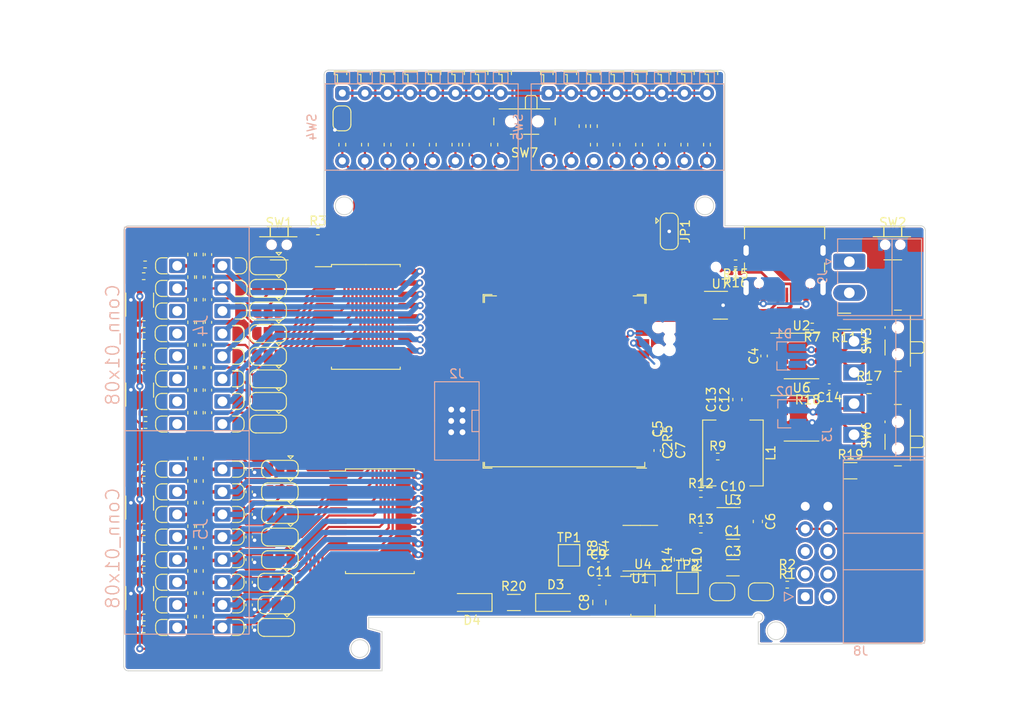
<source format=kicad_pcb>
(kicad_pcb (version 20211014) (generator pcbnew)
  (layers (0 "F.Cu" signal) (31 "B.Cu" signal) (34 "B.Paste" user) (35 "F.Paste" user) (36 "B.SilkS" user "B.Silkscreen") (37 "F.SilkS" user "F.Silkscreen") (38 "B.Mask" user) (39 "F.Mask" user) (44 "Edge.Cuts" user))
  (net 0 "")
  (net 1 "GND")
  (net 2 "+24V")
  (net 3 "+3V3")
  (net 4 "PROG_EN")
  (net 5 "+15V")
  (net 6 "Net-(C10-Pad1)")
  (net 7 "/SW")
  (net 8 "Net-(C15-Pad1)")
  (net 9 "Net-(C16-Pad1)")
  (net 10 "Net-(C17-Pad1)")
  (net 11 "Net-(C18-Pad1)")
  (net 12 "Net-(C19-Pad1)")
  (net 13 "Net-(C20-Pad1)")
  (net 14 "Net-(C21-Pad1)")
  (net 15 "Net-(C22-Pad1)")
  (net 16 "Net-(C23-Pad1)")
  (net 17 "Net-(C24-Pad1)")
  (net 18 "Net-(C25-Pad1)")
  (net 19 "Net-(C26-Pad1)")
  (net 20 "Net-(C27-Pad1)")
  (net 21 "Net-(C28-Pad1)")
  (net 22 "Net-(C29-Pad1)")
  (net 23 "Net-(C30-Pad1)")
  (net 24 "CANH")
  (net 25 "CANL")
  (net 26 "RS485B")
  (net 27 "RS485A")
  (net 28 "Net-(D3-Pad1)")
  (net 29 "+3V0")
  (net 30 "+5V")
  (net 31 "Net-(J1-PadA5)")
  (net 32 "/USB+")
  (net 33 "/USB-")
  (net 35 "Net-(J1-PadB5)")
  (net 37 "PROG_TX")
  (net 38 "PROG_RX")
  (net 39 "PROG_IO0")
  (net 40 "/io/CONN0")
  (net 41 "/io/CONN2")
  (net 42 "/io/CONN4")
  (net 43 "/io/CONN6")
  (net 44 "/io/ULN0")
  (net 45 "/io/ULN2")
  (net 46 "/io/ULN4")
  (net 47 "/io/ULN6")
  (net 48 "/io/CONN1")
  (net 49 "/io/CONN3")
  (net 50 "/io/CONN5")
  (net 51 "/io/CONN7")
  (net 52 "/io/ULN1")
  (net 53 "/io/ULN3")
  (net 54 "/io/ULN5")
  (net 55 "/io/ULN7")
  (net 56 "/io/CONN8")
  (net 57 "Net-(R45-Pad2)")
  (net 58 "/io/CONN10")
  (net 59 "Net-(R46-Pad2)")
  (net 60 "Net-(R47-Pad2)")
  (net 61 "Net-(R48-Pad2)")
  (net 62 "Net-(R57-Pad2)")
  (net 63 "Net-(R58-Pad2)")
  (net 64 "/io/ULN8")
  (net 65 "/io/ULN10")
  (net 66 "/io/ULN12")
  (net 67 "/io/ULN14")
  (net 68 "/io/CONN9")
  (net 69 "Net-(R59-Pad2)")
  (net 70 "/io/CONN11")
  (net 71 "Net-(R60-Pad2)")
  (net 72 "Net-(R23-Pad2)")
  (net 73 "Net-(R24-Pad2)")
  (net 74 "Net-(R35-Pad2)")
  (net 75 "Net-(R36-Pad2)")
  (net 76 "/io/ULN9")
  (net 77 "/io/ULN11")
  (net 78 "/io/ULN13")
  (net 79 "/io/ULN15")
  (net 80 "SDA1")
  (net 81 "SCL1")
  (net 82 "Net-(R3-Pad1)")
  (net 83 "Net-(R4-Pad1)")
  (net 84 "Net-(R7-Pad1)")
  (net 85 "/AO1")
  (net 86 "Net-(R10-Pad1)")
  (net 87 "Net-(R12-Pad2)")
  (net 88 "/AO0")
  (net 89 "Net-(R19-Pad2)")
  (net 90 "/io/PROT0")
  (net 91 "/io/PROT2")
  (net 92 "/io/PROT4")
  (net 93 "/io/PROT6")
  (net 94 "/io/PROT1")
  (net 95 "/io/PROT3")
  (net 96 "/io/PROT5")
  (net 97 "/io/PROT7")
  (net 98 "/io/PROT8")
  (net 99 "/io/PROT10")
  (net 100 "/io/PROT12")
  (net 101 "/io/PROT14")
  (net 102 "/io/PROT9")
  (net 103 "/io/PROT11")
  (net 104 "/io/PROT13")
  (net 105 "/io/PROT15")
  (net 106 "/VOUTA")
  (net 107 "/VOUTB")
  (net 108 "CAN_TX")
  (net 109 "CAN_RX")
  (net 114 "485_RO")
  (net 115 "485_DI")
  (net 116 "unconnected-(U5-Pad11)")
  (net 138 "485_DE")
  (net 140 "Net-(J8-Pad3)")
  (net 142 "Net-(J8-Pad2)")
  (net 152 "Net-(R21-Pad2)")
  (net 153 "Net-(R33-Pad2)")
  (net 154 "Net-(R22-Pad2)")
  (net 155 "Net-(R34-Pad2)")
  (net 156 "/io/CONN12")
  (net 157 "/io/CONN13")
  (net 158 "/io/CONN14")
  (net 159 "/io/CONN15")
  (net 160 "Net-(JP1-Pad2)")
  (net 161 "CPU0")
  (net 162 "CPU2")
  (net 163 "CPU4")
  (net 164 "CPU6")
  (net 165 "CPU1")
  (net 166 "CPU3")
  (net 167 "CPU5")
  (net 168 "CPU7")
  (net 169 "CPU8")
  (net 170 "CPU10")
  (net 171 "CPU12")
  (net 172 "CPU14")
  (net 173 "CPU9")
  (net 174 "CPU11")
  (net 175 "CPU13")
  (net 176 "CPU15")
  (net 177 "Net-(D6-Pad1)")
  (net 178 "Net-(R69-Pad2)")
  (net 179 "Net-(R70-Pad2)")
  (net 180 "Net-(R71-Pad2)")
  (net 181 "Net-(R72-Pad2)")
  (net 182 "Net-(R73-Pad2)")
  (net 183 "Net-(R74-Pad2)")
  (net 184 "Net-(R75-Pad2)")
  (net 185 "Net-(R76-Pad2)")
  (net 186 "Net-(R77-Pad2)")
  (net 187 "Net-(R78-Pad2)")
  (net 188 "Net-(R79-Pad2)")
  (net 189 "Net-(D16-Pad2)")
  (net 190 "Net-(R81-Pad2)")
  (net 191 "Net-(R82-Pad2)")
  (net 192 "Net-(R83-Pad2)")
  (net 193 "Net-(R84-Pad2)")
  (net 194 "Net-(SW3-Pad3)")
  (footprint "liebler_PASSIVES:SolderJumper-3_forMCConnector" (layer "F.Cu") (at 109.8766 123.19)
    (fp_text reference "TP15" hide)
    (fp_text value "TestPoint")
  )
  (footprint "liebler_PASSIVES:SolderJumper-3_forMCConnector" (layer "F.Cu") (at 109.8708 113.03)
    (fp_text reference "TP5" hide)
    (fp_text value "TestPoint")
  )
  (footprint "Capacitor_SMD:C_0402_1005Metric" (layer "F.Cu") (at 114.5032 114.3 -90)
    (fp_text reference "C16" hide)
    (fp_text value "u1")
  )
  (footprint "liebler_PASSIVES:SolderJumper-3_P1.3mm_Open_RoundedPad1.0x1.5mm_smaller" (layer "F.Cu") (at 121.2088 113.026 180)
    (fp_text reference "JP13" hide)
    (fp_text value "IO01")
  )
  (footprint "Resistor_SMD:R_0402_1005Metric" (layer "F.Cu") (at 158.7996 142.2208 90)
    (fp_text reference "R8")
    (fp_text value "22k")
  )
  (footprint "Capacitor_SMD:C_0402_1005Metric" (layer "F.Cu") (at 114.5032 119.38 -90)
    (fp_text reference "C17" hide)
    (fp_text value "u1")
  )
  (footprint "Resistor_SMD:R_0402_1005Metric" (layer "F.Cu") (at 170.4848 96.8756 90)
    (fp_text reference "R84" hide)
    (fp_text value "k22")
  )
  (footprint "Capacitor_SMD:C_0402_1005Metric" (layer "F.Cu") (at 119.0752 140.97 -90)
    (fp_text reference "C28" hide)
    (fp_text value "u1")
  )
  (footprint "Resistor_SMD:R_0402_1005Metric" (layer "F.Cu") (at 168.1996 143.5208 -90)
    (fp_text reference "R10")
    (fp_text value "10k")
  )
  (footprint "Resistor_SMD:R_0402_1005Metric" (layer "F.Cu") (at 112.5728 139.7508 90)
    (fp_text reference "R62" hide)
    (fp_text value "k1")
  )
  (footprint "Package_SO:SOIC-8_3.9x4.9mm_P1.27mm" (layer "F.Cu") (at 181.0996 127.6208)
    (fp_text reference "U6")
    (fp_text value "MAX3485")
  )
  (footprint "liebler_OPTO:LED_1606" (layer "F.Cu") (at 139.9032 89.5604)
    (fp_text reference "D9" hide)
    (fp_text value "LED")
  )
  (footprint "liebler_OPTO:LED_1606" (layer "F.Cu") (at 155.1432 89.5604)
    (fp_text reference "D14" hide)
    (fp_text value "LED")
  )
  (footprint "liebler_PASSIVES:SolderJumper-3_P1.3mm_Open_RoundedPad1.0x1.5mm_smaller" (layer "F.Cu") (at 122.1232 151.13 180)
    (fp_text reference "JP32" hide)
    (fp_text value "IO15")
  )
  (footprint "Resistor_SMD:R_0402_1005Metric" (layer "F.Cu") (at 112.5728 132.1308 -90)
    (fp_text reference "R49" hide)
    (fp_text value "k1")
  )
  (footprint "Resistor_SMD:R_0402_1005Metric" (layer "F.Cu") (at 162.8648 96.8756 90)
    (fp_text reference "R81" hide)
    (fp_text value "k22")
  )
  (footprint "Package_SO:SOIC-8_3.9x4.9mm_P1.27mm" (layer "F.Cu") (at 181.0996 120.6208)
    (fp_text reference "U2")
    (fp_text value "SN65HVD230")
  )
  (footprint "Resistor_SMD:R_0402_1005Metric" (layer "F.Cu") (at 157.7848 94.7928 90)
    (fp_text reference "R78" hide)
    (fp_text value "k22")
  )
  (footprint "Capacitor_SMD:C_0402_1005Metric" (layer "F.Cu") (at 119.0752 143.51 -90)
    (fp_text reference "C25" hide)
    (fp_text value "u1")
  )
  (footprint "liebler_PASSIVES:SolderJumper-3_P1.3mm_Open_RoundedPad1.0x1.5mm_smaller" (layer "F.Cu") (at 122.5296 143.51 180)
    (fp_text reference "JP23" hide)
    (fp_text value "IO12")
  )
  (footprint "Capacitor_SMD:C_0402_1005Metric" (layer "F.Cu") (at 164.8996 131.2458 -90)
    (fp_text reference "C2")
    (fp_text value "u1")
  )
  (footprint "Resistor_SMD:R_0402_1005Metric" (layer "F.Cu") (at 113.538 121.92 90)
    (fp_text reference "R43" hide)
    (fp_text value "10k")
  )
  (footprint "Capacitor_SMD:C_0402_1005Metric" (layer "F.Cu") (at 119.0752 138.43 -90)
    (fp_text reference "C24" hide)
    (fp_text value "u1")
  )
  (footprint "Resistor_SMD:R_0402_1005Metric" (layer "F.Cu") (at 113.538 144.78 90)
    (fp_text reference "R67" hide)
    (fp_text value "10k")
  )
  (footprint "Resistor_SMD:R_0402_1005Metric" (layer "F.Cu") (at 112.5728 137.1092 -90)
    (fp_text reference "R50" hide)
    (fp_text value "k1")
  )
  (footprint "liebler_PASSIVES:SolderJumper-3_forMCConnector" (layer "F.Cu") (at 109.8766 146.05)
    (fp_text reference "TP31" hide)
    (fp_text value "TestPoint")
  )
  (footprint "Capacitor_SMD:C_0402_1005Metric" (layer "F.Cu") (at 119.0752 148.59 -90)
    (fp_text reference "C26" hide)
    (fp_text value "u1")
  )
  (footprint "Resistor_SMD:R_0402_1005Metric" (layer "F.Cu") (at 113.538 109.22 -90)
    (fp_text reference "R29" hide)
    (fp_text value "10k")
  )
  (footprint "Resistor_SMD:R_0402_1005Metric" (layer "F.Cu") (at 179.4996 146.3208)
    (fp_text reference "R1")
    (fp_text value "4k7")
  )
  (footprint "liebler_MECH:SW_SPDT_PCM12_handsolder" (layer "F.Cu") (at 191.5996 129.5208 90)
    (fp_text reference "SW6")
    (fp_text value "OFF TERM  ON")
  )
  (footprint "liebler_MECH:Button_2x4x3,5_handsolder" (layer "F.Cu") (at 122.4496 108.1283)
    (fp_text reference "SW1")
    (fp_text value "Reset")
  )
  (footprint "liebler_PASSIVES:SolderJumper-3_forMCConnector" (layer "F.Cu") (at 117.2052 148.59 180)
    (fp_text reference "TP26" hide)
    (fp_text value "TestPoint")
  )
  (footprint "liebler_PASSIVES:SolderJumper-3_P1.3mm_Open_RoundedPad1.0x1.5mm_smaller" (layer "F.Cu") (at 121.2088 125.73 180)
    (fp_text reference "JP8" hide)
    (fp_text value "IO06")
  )
  (footprint "Resistor_SMD:R_0402_1005Metric" (layer "F.Cu") (at 113.538 116.84 90)
    (fp_text reference "R42" hide)
    (fp_text value "10k")
  )
  (footprint "Resistor_SMD:R_0402_1005Metric" (layer "F.Cu") (at 112.5728 114.3 -90)
    (fp_text reference "R26" hide)
    (fp_text value "k1")
  )
  (footprint "Resistor_SMD:R_0402_1005Metric" (layer "F.Cu") (at 171.6996 131.9208)
    (fp_text reference "R9")
    (fp_text value "10k")
  )
  (footprint "liebler_OPTO:LED_1606" (layer "F.Cu") (at 152.5016 89.5604)
    (fp_text reference "D13" hide)
    (fp_text value "LED")
  )
  (footprint "Resistor_SMD:R_0402_1005Metric" (layer "F.Cu") (at 107.2388 143.3068)
    (fp_text reference "R47" hide)
    (fp_text value "10R")
  )
  (footprint "Capacitor_SMD:C_0402_1005Metric" (layer "F.Cu") (at 114.5032 127 90)
    (fp_text reference "C22" hide)
    (fp_text value "u1")
  )
  (footprint "liebler_PASSIVES:SolderJumper-3_forMCConnector" (layer "F.Cu") (at 117.2052 151.13 180)
    (fp_text reference "TP34" hide)
    (fp_text value "TestPoint")
  )
  (footprint "Resistor_SMD:R_0402_1005Metric" (layer "F.Cu") (at 137.16 96.8756 90)
    (fp_text reference "R72" hide)
    (fp_text value "k22")
  )
  (footprint "Capacitor_SMD:C_0402_1005Metric" (layer "F.Cu") (at 114.5032 116.84 90)
    (fp_text reference "C20" hide)
    (fp_text value "u1")
  )
  (footprint "liebler_OPTO:LED_1606" (layer "F.Cu") (at 163.068 89.5604)
    (fp_text reference "D17" hide)
    (fp_text value "LED")
  )
  (footprint "Resistor_SMD:R_0402_1005Metric" (layer "F.Cu") (at 112.5728 119.38 -90)
    (fp_text reference "R27" hide)
    (fp_text value "k1")
  )
  (footprint "Jumper:SolderJumper-2_P1.3mm_Bridged2Bar_RoundedPad1.0x1.5mm" (layer "F.Cu") (at 176.5496 147.1208 180)
    (fp_text reference "JP33" hide)
    (fp_text value "SCL")
  )
  (footprint "Resistor_SMD:R_0402_1005Metric" (layer "F.Cu") (at 107.442 128.3716)
    (fp_text reference "R36" hide)
    (fp_text value "10R")
  )
  (footprint "liebler_OPTO:LED_1606" (layer "F.Cu") (at 137.2616 89.5604)
    (fp_text reference "D8" hide)
    (fp_text value "LED")
  )
  (footprint "liebler_PASSIVES:SolderJumper-3_forMCConnector" (layer "F.Cu") (at 117.2052 123.19 180)
    (fp_text reference "TP16" hide)
    (fp_text value "TestPoint")
  )
  (footprint "liebler_PASSIVES:SolderJumper-3_forMCConnector" (layer "F.Cu") (at 117.1994 118.11 180)
    (fp_text reference "TP10" hide)
    (fp_text value "TestPoint")
  )
  (footprint "Resistor_SMD:R_0402_1005Metric" (layer "F.Cu") (at 173.6996 111.2208 180)
    (fp_text reference "R16")
    (fp_text value "5k1")
  )
  (footprint "Resistor_SMD:R_0402_1005Metric" (layer "F.Cu") (at 173.6996 110.2208 180)
    (fp_text reference "R15")
    (fp_text value "5k1")
  )
  (footprint "Jumper:SolderJumper-2_P1.3mm_Open_RoundedPad1.0x1.5mm" (layer "F.Cu") (at 129.4996 93.9208 90)
    (fp_text reference "JP2" hide)
    (fp_text value "LED_PWR")
  )
  (footprint "Capacitor_SMD:C_0402_1005Metric" (layer "F.Cu") (at 119.0752 151.13 -90)
    (fp_text reference "C30" hide)
    (fp_text value "u1")
  )
  (footprint "Capacitor_SMD:C_0805_2012Metric" (layer "F.Cu") (at 158.3996 148.3208 90)
    (fp_text reference "C8")
    (fp_text value "u47")
  )
  (footprint "liebler_OPTO:LED_1606" (layer "F.Cu") (at 147.828 89.5604)
    (fp_text reference "D12" hide)
    (fp_text value "LED")
  )
  (footprint "Resistor_SMD:R_0402_1005Metric" (layer "F.Cu") (at 113.538 142.1892 -90)
    (fp_text reference "R55" hide)
    (fp_text value "10k")
  )
  (footprint "Resistor_SMD:R_0402_1005Metric" (layer "F.Cu") (at 113.538 137.1092 -90)
    (fp_text reference "R54" hide)
    (fp_text value "10k")
  )
  (footprint "Capacitor_SMD:C_0402_1005Metric" (layer "F.Cu") (at 158.3996 146.0208)
    (fp_text reference "C11")
    (fp_text value "u1")
  )
  (footprint "Package_SO:SOIC-18W_7.5x11.6mm_P1.27mm" (layer "F.Cu") (at 132.1816 116.2304)
    (fp_text reference "U9" hide)
    (fp_text value "ULN2803A")
  )
  (footprint "Capacitor_SMD:C_0402_1005Metric" (layer "F.Cu") (at 114.5032 111.76 90)
    (fp_text reference "C19" hide)
    (fp_text value "u1")
  )
  (footprint "Resistor_SMD:R_0402_1005Metric" (layer "F.Cu") (at 157.7996 142.2208 -90)
    (fp_text reference "R4")
    (fp_text value "10k")
  )
  (footprint "Resistor_SMD:R_0402_1005Metric" (layer "F.Cu") (at 132.08 96.8756 90)
    (fp_text reference "R70" hide)
    (fp_text value "k22")
  )
  (footprint "liebler_PASSIVES:SolderJumper-3_forMCConnector" (layer "F.Cu") (at 109.8766 151.13)
    (fp_text reference "TP33" hide)
    (fp_text value "TestPoint")
  )
  (footprint "liebler_CONN:USB_C_Receptacle_HRO_TYPE-C-31-M-12_smaller" (layer "F.Cu") (at 179.1996 108.7675 180)
    (fp_text reference "J1" hide)
    (fp_text value "USB_C_Receptacle_USB2.0")
  )
  (footprint "liebler_PASSIVES:SolderJumper-3_P1.3mm_Open_RoundedPad1.0x1.5mm_smaller" (layer "F.Cu") (at 121.2088 123.19 180)
    (fp_text reference "JP15" hide)
    (fp_text value "IO05")
  )
  (footprint "liebler_PASSIVES:SolderJumper-3_P1.3mm_Open_RoundedPad1.0x1.5mm_smaller" (layer "F.Cu") (at 121.2088 120.65 180)
    (fp_text reference "JP7" hide)
    (fp_text value "IO04")
  )
  (footprint "Resistor_SMD:R_0402_1005Metric" (layer "F.Cu") (at 167.1996 143.5208 90)
    (fp_text reference "R14")
    (fp_text value "22k")
  )
  (footprint "Resistor_SMD:R_0402_1005Metric" (layer "F.Cu") (at 164.8996 129.3458 -90)
    (fp_text reference "R5")
    (fp_text value "10k")
  )
  (footprint "Capacitor_SMD:C_0402_1005Metric" (layer "F.Cu") (at 114.5032 124.46 -90)
    (fp_text reference "C18" hide)
    (fp_text value "u1")
  )
  (footprint "Resistor_SMD:R_0402_1005Metric" (layer "F.Cu") (at 112.5728 111.76 90)
    (fp_text reference "R37" hide)
    (fp_text value "k1")
  )
  (footprint "Capacitor_SMD:C_0603_1608Metric" (layer "F.Cu") (at 172.3996 125.5208 90)
    (fp_text reference "C13")
    (fp_text value "22u")
  )
  (footprint "Package_TO_SOT_SMD:SOT-89-3_Handsoldering" (layer "F.Cu") (at 162.9996 147.5208)
    (fp_text reference "U4")
    (fp_text value "L78L15_SOT89")
  )
  (footprint "Package_SO:SOIC-8_3.9x4.9mm_P1.27mm" (layer "F.Cu") (at 162.9996 142.2208 180)
    (fp_text reference "U1")
    (fp_text value "LM358")
  )
  (footprint "Resistor_SMD:R_0402_1005Metric" (layer "F.Cu") (at 156.5148 94.7928 90)
    (fp_text reference "R77" hide)
    (fp_text value "k22")
  )
  (footprint "Resistor_SMD:R_0402_1005Metric" (layer "F.Cu") (at 113.538 114.3 -90)
    (fp_text reference "R30" hide)
    (fp_text value "10k")
  )
  (footprint "Capacitor_SMD:C_1206_3216Metric" (layer "F.Cu") (at 173.3996 144.4208)
    (fp_text reference "C3")
    (fp_text value "10u")
  )
  (footprint "Resistor_SMD:R_0402_1005Metric" (layer "F.Cu") (at 142.24 96.8756 90)
    (fp_text reference "R74" hide)
    (fp_text value "k22")
  )
  (footprint "liebler_PASSIVES:SolderJumper-3_P1.3mm_Open_RoundedPad1.0x1.5mm_smaller" (layer "F.Cu") (at 121.2088 115.57 180)
    (fp_text reference "JP6" hide)
    (fp_text value "IO02")
  )
  (footprint "Resistor_SMD:R_0402_1005Metric" (layer "F.Cu") (at 113.538 149.9108 90)
    (fp_text reference "R68" hide)
    (fp_text value "10k")
  )
  (footprint "Capacitor_SMD:C_0402_1005Metric" (layer "F.Cu") (at 119.0752 135.89 -90)
    (fp_text reference "C27" hide)
    (fp_text value "u1")
  )
  (footprint "Resistor_SMD:R_0402_1005Metric" (layer "F.Cu") (at 165.4048 96.8756 90)
    (fp_text reference "R82" hide)
    (fp_text value "k22")
  )
  (footprint "Resistor_SMD:R_0402_1005Metric" (layer "F.Cu") (at 107.2388 133.1976)
    (fp_text reference "R45" hide)
    (fp_text value "10R")
  )
  (footprint "Resistor_SMD:R_0402_1005Metric" (layer "F.Cu") (at 107.2388 151.3332)
    (fp_text reference "R60" hide)
    (fp_text value "10R")
  )
  (footprint "liebler_OPTO:LED_1606" (layer "F.Cu") (at 170.9928 89.5604)
    (fp_text reference "D20" hide)
    (fp_text value "LED")
  )
  (footprint "Resistor_SMD:R_0402_1005Metric" (layer "F.Cu") (at 112.5728 116.84 90)
    (fp_text reference "R38" hide)
    (fp_text value "k1")
  )
  (footprint "liebler_PASSIVES:SolderJumper-3_forMCConnector" (layer "F.Cu") (at 109.8766 140.97)
    (fp_text reference "TP29" hide)
    (fp_text value "TestPoint")
  )
  (footprint "Resistor_SMD:R_0402_1005Metric" (layer "F.Cu") (at 112.5728 144.78 90)
    (fp_text reference "R63" hide)
    (fp_text value "k1")
  )
  (footprint "liebler_OPTO:LED_1606" (layer "F.Cu") (at 157.7848 89.5604)
    (fp_text reference "D15" hide)
    (fp_text value "LED")
  )
  (footprint "Resistor_SMD:R_0402_1005Metric" (layer "F.Cu") (at 169.7996 140.1208)
    (fp_text reference "R13")
    (fp_text value "15k")
  )
  (footprint "Resistor_SMD:R_0402_1005Metric" (layer "F.Cu") (at 113.538 124.46 -90)
    (fp_text reference "R32" hide)
    (fp_text value "10k")
  )
  (footprint "liebler_OPTO:LED_1606" (layer "F.Cu") (at 131.9784 89.5604)
    (fp_text reference "D6" hide)
    (fp_text value "LED")
  )
  (footprint "Resistor_SMD:R_0402_1005Metric" (layer "F.Cu") (at 126.7996 106.6208)
    (fp_text reference "R3")
    (fp_text value "k1")
  )
  (footprint "liebler_MECH:Button_2x4x3,5_handsolder" (layer "F.Cu") (at 191.3496 108.1208)
    (fp_text reference "SW2")
    (fp_text value "Prog")
  )
  (footprint "Resistor_SMD:R_0402_1005Metric" (layer "F.Cu") (at 113.538 147.2692 -90)
    (fp_text reference "R56" hide)
    (fp_text value "10k")
  )
  (footprint "Resistor_SMD:R_0402_1005Metric" (layer "F.Cu") (at 146.6088 96.8756 90)
    (fp_text reference "R76" hide)
    (fp_text value "k22")
  )
  (footprint "Resistor_SMD:R_0603_1608Metric" (layer "F.Cu") (at 181.7996 124.1208 180)
    (fp_text reference "R18")
    (fp_text value "1k")
  )
  (footprint "liebler_PASSIVES:SolderJumper-3_forMCConnector" (layer "F.Cu") (at 117.53 113.03 180)
    (fp_text reference "TP6" hide)
    (fp_text value "TestPoint")
  )
  (footprint "TestPoint:TestPoint_Pad_2.0x2.0mm" (layer "F.Cu") (at 168.2996 146.1208)
    (fp_text reference "TP2")
    (fp_text value "AO0")
  )
  (footprint "Resistor_SMD:R_0402_1005Metric" (layer "F.Cu") (at 107.2388 150.0124)
    (fp_text reference "R48" hide)
    (fp_text value "10R")
  )
  (footprint "Resistor_SMD:R_0402_1005Metric" (layer "F.Cu") (at 179.4996 145.2208)
    (fp_text reference "R2")
    (fp_text value "4k7")
  )
  (footprint "Capacitor_SMD:C_0603_1608Metric" (layer "F.Cu") (at 176.1996 139.2208 -90)
    (fp_text reference "C6")
    (fp_text value "u1")
  )
  (footprint "liebler_PASSIVES:SolderJumper-3_forMCConnector" (layer "F.Cu") (at 117.2052 128.27 180)
    (fp_text reference "TP18" hide)
    (fp_text value "TestPoint")
  )
  (footprint "Resistor_SMD:R_0603_1608Metric" (layer "F.Cu") (at 188.6996 124.3208)
    (fp_text reference "R17")
    (fp_text value "1k")
  )
  (footprint "Capacitor_SMD:C_0402_1005Metric" (layer "F.Cu") (at 184.2196 124.1208 180)
    (fp_text reference "C14")
    (fp_text value "u1")
  )
  (footprint "Resistor_SMD:R_0402_1005Metric" (layer "F.Cu") (at 112.5728 127 90)
    (fp_text reference "R40" hide)
    (fp_text value "k1")
  )
  (footprint "Resistor_SMD:R_0402_1005Metric" (layer "F.Cu") (at 157.7848 96.8756 90)
    (fp_text reference "R79" hide)
    (fp_text value "k22")
  )
  (footprint "Resistor_SMD:R_0402_1005Metric" (layer "F.Cu") (at 112.5728 149.9108 90)
    (fp_text reference "R64" hide)
    (fp_text value "k1")
  )
  (footprint "Capacitor_SMD:C_0603_1608Metric" (layer "F.Cu") (at 173.8996 125.5208 90)
    (fp_text reference "C12")
    (fp_text value "22u")
  )
  (footprint "TestPoint:TestPoint_Pad_2.0x2.0mm" (layer "F.Cu") (at 154.9996 143.0208)
    (fp_text reference "TP1")
    (fp_text value "AO1")
  )
  (footprint "liebler_PASSIVES:SolderJumper-3_forMCConnector" (layer "F.Cu") (at 117.1994 138.43 180)
    (fp_text reference "TP22" hide)
    (fp_text value "TestPoint")
  )
  (footprint "liebler_PASSIVES:SolderJumper-3_forMCConnector" (layer "F.Cu") (at 117.2052 143.51 180)
    (fp_text reference "TP24" hide)
    (fp_text value "TestPoint")
  )
  (footprint "liebler_PASSIVES:SolderJumper-3_forMCConnector" (layer "F.Cu") (at 109.8708 133.35)
    (fp_text reference "TP19" hide)
    (fp_text value "TestPoint")
  )
  (footprint "Resistor_SMD:R_0402_1005Metric" (layer "F.Cu") (at 112.5728 124.46 -90)
    (fp_text reference "R28" hide)
    (fp_text value "k1")
  )
  (footprint "Resistor_SMD:R_0402_1005Metric" (layer "F.Cu") (at 139.7 96.8756 90)
    (fp_text reference "R73" hide)
    (fp_text value "k22")
  )
  (footprint "Capacitor_SMD:C_1206_3216Metric" (layer "F.Cu") (at 173.3996 142.1208)
    (fp_text reference "C1")
    (fp_text value "10u")
  )
  (footprint "liebler_PASSIVES:SolderJumper-3_forMCConnector" (layer "F.Cu") (at 117.51 110.49 180)
    (fp_text reference "TP4" hide)
    (fp_text value "TestPoint")
  )
  (footprint "Capacitor_SMD:C_0402_1005Metric" (layer "F.Cu") (at 114.5032 109.22 -90)
    (fp_text reference "C15" hide)
    (fp_text value "u1")
  )
  (footprint "Package_TO_SOT_SMD:SOT-23-6" (layer "F.Cu") (at 171.9996 114.9208)
    (fp_text reference "U7")
    (fp_text value "SRV05-4")
  )
  (footprint "Resistor_SMD:R_0402_1005Metric" (layer "F.Cu") (at 107.2388 139.8524)
    (fp_text reference "R46" hide)
    (fp_text value "10R")
  )
  (footprint "liebler_PASSIVES:SolderJumper-3_forMCConnector" (layer "F.Cu") (at 109.8766 125.73)
    (fp_text reference "TP13" hide)
    (fp_text value "TestPoint")
  )
  (footprint "liebler_OPTO:LED_1606" (layer "F.Cu") (at 129.3368 89.5604)
    (fp_text reference "D5" hide)
    (fp_text value "LED")
  )
  (footprint "Resistor_SMD:R_0402_1005Metric" (layer "F.Cu") (at 169.7996 136.1208)
    (fp_text reference "R12")
    (fp_text value "47k")
  )
  (footprint "Capacitor_SMD:C_0603_1608Metric" (layer "F.Cu") (at 173.3996 136.7208)
    (fp_text reference "C10")
    (fp_text value "u1")
  )
  (footprint "liebler_PASSIVES:SolderJumper-3_forMCConnector" (layer "F.Cu") (at 109.8766 115.57)
    (fp_text reference "TP7" hide)
    (fp_text value "TestPoint")
  )
  (footprint "Diode_SMD:D_SOD-123" (layer "F.Cu") (at 144.0996 148.3208 180)
    (fp_text reference "D4")
    (fp_text value "3V")
  )
  (footprint "Resistor_SMD:R_0402_1005Metric" (layer "F.Cu") (at 113.538 134.6708 90)
    (fp_text reference "R65" hide)
    (fp_text value "10k")
  )
  (footprint "Resistor_SMD:R_0402_1005Metric" (layer "F.Cu") (at 143.4084 96.8756 90)
    (fp_text reference "R75" hide)
    (fp_text value "k22")
  )
  (footprint "Resistor_SMD:R_1206_3216Metric_Pad1.30x1.75mm_HandSolder" (layer "F.Cu") (at 185.8996 116.7208 180)
    (fp_text reference "R11")
    (fp_text value "K12")
  )
  (footprint "liebler_PASSIVES:SolderJumper-3_P1.3mm_Open_RoundedPad1.0x1.5mm_smaller" (layer "F.Cu") (at 122.5296 140.97 180)
    (fp_text reference "JP30" hide)
    (fp_text value "IO11")
  )
  (footprint "Capacitor_SMD:C_0402_1005Metric" (layer "F.Cu") (at 158.2996 144.1208)
    (fp_text reference "C9")
    (fp_text value "u1")
  )
  (footprint "Resistor_SMD:R_0402_1005Metric" (layer "F.Cu") (at 113.538 132.1308 -90)
    (fp_text reference "R53" hide)
    (fp_text value "10k")
  )
  (footprint "liebler_OPTO:LED_1606" (layer "F.Cu") (at 134.62 89.5604)
    (fp_text reference "D7" hide)
    (fp_text value "LED")
  )
  (footprint "liebler_OPTO:LED_1606" (layer "F.Cu") (at 142.5448 89.5604)
    (fp_text reference "D10" hide)
    (fp_text value "LED")
  )
  (footprint "liebler_SEMICONDUCTORS:SOT-23-6-spezial" (layer "F.Cu") (at 106.7816 114.3508 90)
    (fp_text reference "U10" hide)
    (fp_text value "SRV05-4")
  )
  (footprint "liebler_PASSIVES:SolderJumper-3_forMCConnector" (layer "F.Cu") (at 109.8766 135.89)
    (fp_text reference "TP27" hide)
    (fp_text value "TestPoint")
  )
  (footprint "Resistor_SMD:R_0402_1005Metric" (layer "F.Cu") (at 113.538 139.7508 90)
    (fp_text reference "R66" hide)
    (fp_text value "10k")
  )
  (footprint "Jumper:SolderJumper-2_P1.3mm_Bridged2Bar_RoundedPad1.0x1.5mm" (layer "F.Cu") (at 172.1996 147.1208 180)
    (fp_text reference "JP34" hide)
    (fp_text value "SDA")
  )
  (footprint "liebler_PASSIVES:SolderJumper-3_forMCConnector" (layer "F.Cu") (at 109.8766 128.27)
    (fp_text reference "TP17" hide)
    (fp_text value "TestPoint")
  )
  (footprint "Resistor_SMD:R_0402_1005Metric" (layer "F.Cu") (at 107.2388 141.1732)
    (fp_text reference "R58" hide)
    (fp_text value "10R")
  )
  (footprint "Resistor_SMD:R_0402_1005Metric" (layer "F.Cu") (at 134.62 96.8756 90)
    (fp_text reference "R71" hide)
    (fp_text value "k22")
  )
  (footprint "Resistor_SMD:R_0402_1005Metric" (layer "F.Cu") (at 107.2388 121.8692)
    (fp_text reference "R35" hide)
    (fp_text value "10R")
  )
  (footprint "Resistor_SMD:R_0402_1005Metric" (layer "F.Cu") (at 107.2388 120.5484)
    (fp_text reference "R23" hide)
    (fp_text value "10R")
  )
  (footprint "liebler_PASSIVES:SolderJumper-3_P1.3mm_Open_RoundedPad1.0x1.5mm_smaller" (layer "F.Cu") (at 122.1232 146.05 180)
    (fp_text reference "JP31" hide)
    (fp_text value "IO13")
  )
  (footprint "Resistor_SMD:R_0402_1005Metric" (layer "F.Cu") (at 112.5728 109.22 -90)
    (fp_text reference "R25" hide)
    (fp_text value "k1")
  )
  (footprint "liebler_PASSIVES:SolderJumper-3_P1.3mm_Open_RoundedPad1.0x1.5mm_smaller" (layer "F.Cu") (at 121.2088 118.11 180)
    (fp_text reference "JP14" hide)
    (fp_text value "IO03")
  )
  (footprint "Package_SO:SOIC-18W_7.5x11.6mm_P1.27mm" (layer "F.Cu") (at 133.7564 139.192)
    (fp_text reference "U8" hide)
    (fp_text value "ULN2803A")
  )
  (footprint "Resistor_SMD:R_0402_1005Metric" (layer "F.Cu") (at 113.538 119.38 -90)
    (fp_text reference "R31" hide)
    (fp_text value "10k")
  )
  (footprint "Resistor_SMD:R_0402_1005Metric" (layer "F.Cu") (at 113.538 127 90)
    (fp_text reference "R44" hide)
    (fp_text value "10k")
  )
  (footprint "Resistor_SMD:R_0402_1005Metric" (layer "F.Cu") (at 167.9448 96.8756 90)
    (fp_text reference "R83" hide)
    (fp_text value "k22")
  )
  (footprint "Resistor_SMD:R_0402_1005Metric" (layer "F.Cu") (at 107.2388 134.5184)
    (fp_text reference "R57" hide)
    (fp_text value "10R")
  )
  (footprint "Resistor_SMD:R_1206_3216Metric_Pad1.30x1.75mm_HandSolder" (layer "F.Cu") (at 186.5996 133.5208)
    (fp_text reference "R19")
    (fp_text value "K12")
  )
  (footprint "Resistor_SMD:R_0402_1005Metric" (layer "F.Cu") (at 107.3912 110.3376)
    (fp_text reference "R21" hide)
    (fp_text value "10R")
  )
  (footprint "Resistor_SMD:R_0402_1005Metric" (layer "F.Cu") (at 107.2388 111.6584)
    (fp_text reference "R33" hide)
    (fp_text value "10R")
  )
  (footprint "liebler_PASSIVES:SolderJumper-3_forMCConnector" (layer "F.Cu") (at 117.1994 125.73 180)
    (fp_text reference "TP14" hide)
    (fp_text value "TestPoint")
  )
  (footprint "Resistor_SMD:R_0402_1005Metric" (layer "F.Cu") (at 107.2388 117.0432)
    (fp_text reference "R22" hide)
    (fp_text value "10R")
  )
  (footprint "Capacitor_SMD:C_0603_1608Metric" (layer "F.Cu") (at 166.0996 131.2208 -90)
    (fp_text reference "C7")
    (fp_text value "22u")
  )
  (footprint "liebler_PASSIVES:SolderJumper-3_forMCConnector" (layer "F.Cu") (at 117.2052 135.89 180)
    (fp_text reference "TP28" hide)
    (fp_text value "TestPoint")
  )
  (footprint "liebler_PASSIVES:SolderJumper-3_P1.3mm_Open_RoundedPad1.0x1.5mm_smaller" (layer "F.Cu") (at 122.1232 148.59 180)
    (fp_text reference "JP24" hide)
    (fp_text value "IO14")
  )
  (footprint "liebler_PASSIVES:SolderJumper-3_forMCConnector" (layer "F.Cu") (at 117.1994 120.65 180)
    (fp_text reference "TP12" hide)
    (fp_text value "TestPoint")
  )
  (footprint "Capacitor_SMD:C_0402_1005Metric" (layer "F.Cu") (at 166.0996 128.8258 90)
    (fp_text reference "C5")
    (fp_text value "u1")
  )
  (footprint "Resistor_SMD:R_0402_1005Metric" (layer "F.Cu") (at 129.54 96.8756 90)
    (fp_text reference "R69" hide)
    (fp_text value "k22")
  )
  (footprint "Diode_SMD:D_SOD-123" (layer "F.Cu") (at 153.4996 148.3208)
    (fp_text reference "D3")
    (fp_text value "D")
  )
  (footprint "Resistor_SMD:R_0402_1005Metric" (layer "F.Cu") (at 107.2388 118.364)
    (fp_text reference "R34" hide)
    (fp_text value "10R")
  )
  (footprint "liebler_PASSIVES:SolderJumper-3_forMCConnector" (layer "F.Cu") (at 109.8766 148.59)
    (fp_text reference "TP25" hide)
    (fp_text value "TestPoint")
  )
  (footprint "Resistor_SMD:R_0402_1005Metric" (layer "F.Cu") (at 107.442 127.0508)
    (fp_text reference "R24" hide)
    (fp_text value "10R")
  )
  (footprint "Capacitor_SMD:C_0402_1005Metric" (layer "F.Cu") (at 176.8996 120.6208 90)
    (fp_text reference "C4")
    (fp_text value "u1")
  )
  (footprint "liebler_PASSIVES:SolderJumper-3_P1.3mm_Open_RoundedPad1.0x1.5mm_smaller" (layer "F.Cu") (at 121.2088 128.27 180)
    (fp_text reference "JP16" hide)
    (fp_text value "IO07")
  )
  (footprint "liebler_PASSIVES:SolderJumper-3_forMCConnector" (layer "F.Cu") (at 109.8708 143.51)
    (fp_text reference "TP23" hide)
    (fp_text value "TestPoint")
  )
  (footprint "liebler_OPTO:LED_1606" (layer "F.Cu") (at 145.1864 89.5604)
    (fp_text reference "D11" hide)
    (fp_text value "LED")
  )
  (footprint "Capacitor_SMD:C_0402_1005Metric" (layer "F.Cu") (at 119.0752 133.35 -90)
    (fp_text reference "C23" hide)
    (fp_text value "u1")
  )
  (footprint "liebler_PASSIVES:SolderJumper-3_forMCConnector" (layer "F.Cu") (at 109.8708 110.49)
    (fp_text reference "TP3" hide)
    (fp_text value "TestPoint")
  )
  (footprint "Inductor_SMD:L_Abracon_ASPI-0630LR" (layer "F.Cu") (at 173.3996 131.5208 -90)
    (fp_text reference "L1")
    (fp_text value "4u7")
  )
  (footprint "Resistor_SMD:R_0402_1005Metric" (layer "F.Cu") (at 113.538 111.76 90)
    (fp_text reference "R41" hide)
    (fp_text value "10k")
  )
  (footprint "Capacitor_SMD:C_0402_1005Metric" (layer "F.Cu") (at 114.4524 121.92 90)
    (fp_text reference "C21" hide)
    (fp_text value "u1")
  )
  (footprint "Resistor_SMD:R_0402_1005Metric" (layer "F.Cu") (at 112.5728 142.1892 -90)
    (fp_text reference "R51" hide)
    (fp_text value "k1")
  )
  (footprint "liebler_OPTO:LED_1606" (layer "F.Cu") (at 160.4264 89.5604)
    (fp_text reference "D16" hide)
    (fp_text value "LED")
  )
  (footprint "liebler_PASSIVES:SolderJumper-3_P1.3mm_Open_RoundedPad1.0x1.5mm_smaller" (layer "F.Cu") (at 122.5296 135.89 180)
    (fp_text reference "JP29" hide)
    (fp_text value "IO09")
  )
  (footprint "liebler_MECH:SW_SPDT_PCM12_handsolder" (layer "F.Cu") (at 191.5996 118.9208 90)
    (fp_text reference "SW3")
    (fp_text value "TERM ON")
  )
  (footprint "liebler_PASSIVES:SolderJumper-3_P1.3mm_Open_RoundedPad1.0x1.5mm_smaller" (layer "F.Cu") (at 122.5296 138.43 180)
    (fp_text reference "JP22" hide)
    (fp_text value "IO10")
  )
  (footprint "liebler_OPTO:LED_1606" (layer "F.Cu") (at 165.7096 89.5604)
    (fp_text reference "D18" hide)
    (fp_text value "LED")
  )
  (footprint "liebler_SEMICONDUCTORS:SOT-23-6-spezial" (layer "F.Cu") (at 106.7816 124.46 90)
    (fp_text reference "U11" hide)
    (fp_text value "SRV05-4")
  )
  (footprint "Resistor_SMD:R_1206_3216Metric" (layer "F.Cu") (at 148.7996 148.3208)
    (fp_text reference "R20")
    (fp_text value "4k7")
  )
  (footprint "liebler_SEMICONDUCTORS:SOT-23-6-spezial" (layer "F.Cu") (at 106.7816 137.16 90)
    (fp_text reference "U13" hide)
    (fp_text value "SRV05-4")
  )
  (footprint "liebler_PASSIVES:SolderJumper-3_forMCConnector" (layer "F.Cu") (at 117.1994 140.97 180)
    (fp_text reference "TP30" hide)
    (fp_text value "TestPoint")
  )
  (footprint "liebler_PASSIVES:SolderJumper-3_forMCConnector" (layer "F.Cu") (at 109.8258 118.11)
    (fp_text reference "TP9" hide)
    (fp_text value "TestPoint")
  )
  (footprint "Espressif:ESP32-S3-WROOM-1U" (layer "F.Cu") (at 154.4996 123.6208 180)
    (fp_text reference "U5" hide)
    (fp_text value "ESP32-S3-WROOM-1")
  )
  (footprint "liebler_PASSIVES:SolderJumper-3_P1.3mm_Open_RoundedPad1.0x1.5mm_smaller" (layer "F.Cu") (at 166.2496 106.6208 -90)
    (fp_text reference "JP1")
    (fp_text value "IO15")
  )
  (footprint "Resistor_SMD:R_0402_1005Metric" (layer "F.Cu") (at 112.5728 121.92 90)
    (fp_text reference "R39" hide)
    (fp_text value "k1")
  )
  (footprint "liebler_PASSIVES:SolderJumper-3_forMCConnector" (layer "F.Cu") (at 117.1994 146.05 180)
    (fp_text reference "TP32" hide)
    (fp_text value "TestPoint")
  )
  (footprint "Resistor_SMD:R_0402_1005Metric" (layer "F.Cu") (at 112.5728 147.2692 -90)
    (fp_text reference "R52" hide)
    (fp_text value "k1")
  )
  (footprint "liebler_OPTO:LED_1606" (layer "F.Cu") (at 168.3512 89.5604)
    (fp_text reference "D19" hide)
    (fp_text value "LED")
  )
  (footprint "liebler_PASSIVES:SolderJumper-3_P1.3mm_Open_RoundedPad1.0x1.5mm_smaller" (layer "F.Cu") (at 121.2088 110.49 180)
    (fp_text reference "JP5" hide)
    (fp_text value "IO00")
  )
  (footprint "liebler_MECH:SW_SPDT_PCM12_handsolder" (layer "F.Cu") (at 150 94.5896 180)
    (fp_text reference "SW7")
    (fp_text value "SW_SPDT_with_Case")
  )
  (footprint "Package_TO_SOT_SMD:SOT-23-6" (layer "F.Cu") (at 173.3996 139.2208)
    (fp_text reference "U3")
    (fp_text value "RY8310")
  )
  (footprint "Resistor_SMD:R_0402_1005Metric" (layer "F.Cu") (at 107.2388 144.6276)
    (fp_text reference "R59" hide)
    (fp_text value "10R")
  )
  (footprint "Resistor_SMD:R_0402_1005Metric" (layer "F.Cu") (at 112.5728 134.6708 90)
    (fp_text reference "R61" hide)
    (fp_text value "k1")
  )
  (footprint "liebler_PASSIVES:SolderJumper-3_forMCConnector" (layer "F.Cu") (at 109.8258 120.65)
    (fp_text reference "TP11" hide)
    (fp_text value "TestPoint")
  )
  (footprint "Resistor_SMD:R_0402_1005Metric" (layer "F.Cu") (at 160.3248 96.8756 90)
    (fp_text reference "R80" hide)
    (fp_text value "k22")
  )
  (footprint "liebler_PASSIVES:SolderJumper-3_forMCConnector" (layer "F.Cu") (at 109.8766 138.43)
    (fp_text reference "TP21" hide)
    (fp_text value "TestPoint")
  )
  (footprint "Capacitor_SMD:C_0402_1005Metric" (layer "F.Cu") (at 119.0752 146.05 -90)
    (fp_text reference "C29" hide)
    (fp_text value "u1")
  )
  (footprint "liebler_PASSIVES:SolderJumper-3_forMCConnector" (layer "F.Cu") (at 117.51 115.57 180)
    (fp_text reference "TP8" hide)
    (fp_text value "TestPoint")
  )
  (footprint "liebler_SEMICONDUCTORS:SOT-23-6-spezial" (layer "F.Cu") (at 106.7816 147.32 90)
    (fp_text reference "U15" hide)
    (fp_text value "SRV05-4")
  )
  (footprint "liebler_PASSIVES:SolderJumper-3_P1.3mm_Open_RoundedPad1.0x1.5mm_smaller" (layer "F.Cu") (at 122.5296 133.35 180)
    (fp_text reference "JP21" hide)
    (fp_text value "IO08")
  )
  (footprint "Resistor_SMD:R_0402_1005Metric" (layer "F.Cu") (at 182.2996 117.3208 180)
    (fp_text reference "R7")
    (fp_text value "4k7")
  )
  (footprint "liebler_PASSIVES:SolderJumper-3_forMCConnector" (layer "F.Cu") (at 117.2052 133.35 180)
    (fp_text reference "TP20" hide)
    (fp_text value "TestPoint")
  )
  (footprint "liebler_CONN:PhoenixContact_MC_1,5_4-G-3.5_1x04_P3.50mm_Horizontal_smallerCourtyard" (layer "B.Cu") (at 186.9996 124.2208 -90)
    (fp_text reference "J3")
    (fp_text value "CAN+485")
  )
  (footprint "Package_TO_SOT_SMD:SOT-23_Handsoldering" (layer "B.Cu") (at 179.1996 127.1208 180)
    (fp_text reference "D2")
    (fp_text value "PSM712")
  )
  (footprint "Connector_Phoenix_MC:PhoenixContact_MC_1,5_2-G-3.5_1x02_P3.50mm_Horizontal" (layer "B.Cu") (at 186.4671 110.0258 -90)
    (fp_text reference "J9")
    (fp_text value "24V")
  )
  (footprint "liebler_MECH:SW_DIP_SPSTx08_Piano" (layer "B.Cu") (at 161.6 94.9 -90)
    (fp_text reference "SW5")
    (fp_text value "SW_DIP_x08")
  )
  (footprint "liebler_CONN:KF141R-8p" (layer "B.Cu") (at 113.538 119.38 90)
    (fp_text reference "J4")
    (fp_text value "Conn_01x08")
  )
  (footprint "liebler_CONN:IDC-Header_2x05_P2.54mm_Horizontal_tightCrtYd" (layer "B.Cu") (at 181.5246 147.6708)
    (fp_text reference "J8")
    (fp_text value "Bus")
  )
  (footprint "liebler_CONN:IDC_2x03_P1.27mm_Vertical" (layer "B.Cu") (at 142.3996 127.9208 180)
    (fp_text reference "J2")
    (fp_text value "PROG")
  )
  (footprint "liebler_MECH:SW_DIP_SPSTx08_Piano" (layer "B.Cu") (at 138.43 94.8944 -90)
    (fp_text reference "SW4")
    (fp_text value "SW_DIP_x08")
  )
  (footprint "Package_TO_SOT_SMD:SOT-23_Handsoldering" (layer "B.Cu") (at 179.0996 120.6208 180)
    (fp_text reference "D1")
    (fp_text value "NUP2105")
  )
  (footprint "liebler_CONN:KF141R-8p" (layer "B.Cu") (at 113.538 142.24 90)
    (fp_text reference "J5")
    (fp_text value "Conn_01x08")
  )
  (gr_arc (start 172 88.5) (mid 172.353553 88.646447) (end 172.5 89) (layer "Edge.Cuts") (width 0.1))
  (gr_line (start 172.5 106) (end 194.5 106) (layer "Edge.Cuts") (width 0.1))
  (gr_line (start 132.5 150) (end 132.5 151.2) (layer "Edge.Cuts") (width 0.1))
  (gr_line (start 176.25 153) (end 176.25 150.5) (layer "Edge.Cuts") (width 0.1))
  (gr_line (start 134 156) (end 105.5 156) (layer "Edge.Cuts") (width 0.1))
  (gr_circle (center 178.25 151.5) (end 178.25 150.5) (layer "Edge.Cuts") (width 0.1) (fill none))
  (gr_arc (start 105.5 156) (mid 105.146447 155.853553) (end 105 155.5) (layer "Edge.Cuts") (width 0.1))
  (gr_arc (start 175.75 150) (mid 176.603553 149.646447) (end 176.25 150.5) (layer "Edge.Cuts") (width 0.1))
  (gr_line (start 134 151.6) (end 134 156) (layer "Edge.Cuts") (width 0.1))
  (gr_line (start 175.75 150) (end 150 150) (layer "Edge.Cuts") (width 0.1))
  (gr_line (start 176.25 153) (end 194.5 153) (layer "Edge.Cuts") (width 0.1))
  (gr_line (start 128 88.5) (end 172 88.5) (layer "Edge.Cuts") (width 0.1))
  (gr_line (start 105 150) (end 105 106.5) (layer "Edge.Cuts") (width 0.1))
  (gr_circle (center 129.75 103.75) (end 129.75 102.75) (layer "Edge.Cuts") (width 0.1) (fill none))
  (gr_arc (start 105 106.5) (mid 105.146447 106.146447) (end 105.5 106) (layer "Edge.Cuts") (width 0.1))
  (gr_arc (start 194.5 106) (mid 194.853553 106.146447) (end 195 106.5) (layer "Edge.Cuts") (width 0.1))
  (gr_line (start 195 106.5) (end 195.000001 152.500001) (layer "Edge.Cuts") (width 0.1))
  (gr_line (start 172.5 89) (end 172.5 106) (layer "Edge.Cuts") (width 0.1))
  (gr_arc (start 127.5 89) (mid 127.646447 88.646447) (end 128 88.5) (layer "Edge.Cuts") (width 0.1))
  (gr_line (start 132.5 151.2) (end 134 151.6) (layer "Edge.Cuts") (width 0.1))
  (gr_line (start 105.5 106) (end 127.5 106) (layer "Edge.Cuts") (width 0.1))
  (gr_line (start 127.5 106) (end 127.5 89) (layer "Edge.Cuts") (width 0.1))
  (gr_circle (center 131.5 153.5) (end 131.5 152.5) (layer "Edge.Cuts") (width 0.1) (fill none))
  (gr_arc (start 195.000001 152.500001) (mid 194.853554 152.853554) (end 194.500001 153.000001) (layer "Edge.Cuts") (width 0.1))
  (gr_line (start 105 155.5) (end 105 150) (layer "Edge.Cuts") (width 0.1))
  (gr_line (start 150 150) (end 132.5 150) (layer "Edge.Cuts") (width 0.1))
  (gr_circle (center 170.25 103.75) (end 170.25 102.75) (layer "Edge.Cuts") (width 0.1) (fill none))
  (segment (start 161.900098 118.0708) (end 161.5246 118.446298) (width 0.25) (layer "F.Cu") (net 1))
  (segment (start 163.3496 131.9058) (end 166.0096 131.9058) (width 0.6) (layer "F.Cu") (net 1))
  (segment (start 162.6696 131.8708) (end 163.2496 131.8708) (width 0.25) (layer "F.Cu") (net 1))
  (segment (start 114.681 111.28) (end 114.836 111.28) (width 0.25) (layer "F.Cu") (net 1))
  (segment (start 166.0096 131.9058) (end 166.0996 131.9958) (width 0.6) (layer "F.Cu") (net 1))
  (segment (start 161.5246 119.8458) (end 162.1496 120.4708) (width 0.25) (layer "F.Cu") (net 1))
  (segment (start 161.5246 118.446298) (end 161.5246 119.8458) (width 0.25) (layer "F.Cu") (net 1))
  (segment (start 114.651 111.25) (end 114.681 111.28) (width 0.25) (layer "F.Cu") (net 1))
  (via (at 105.7996 124.4208) (size 0.8) (drill 0.4) (layers "F.Cu" "B.Cu") (net 1))
  (via (at 119.6848 151.4348) (size 0.8) (drill 0.4) (layers "F.Cu" "B.Cu") (net 1))
  (via (at 105.7996 114.3208) (size 0.8) (drill 0.4) (layers "F.Cu" "B.Cu") (net 1))
  (via (at 128.6996 95.2208) (size 0.8) (drill 0.4) (layers "F.Cu" "B.Cu") (net 1))
  (via (at 119.6848 149.098) (size 0.8) (drill 0.4) (layers "F.Cu" "B.Cu") (net 1))
  (via (at 105.7996 137.1208) (size 0.8) (drill 0.4) (layers "F.Cu" "B.Cu") (net 1))
  (via (at 119.6848 143.8148) (size 0.8) (drill 0.4) (layers "F.Cu" "B.Cu") (net 1))
  (via (at 119.6848 138.7856) (size 0.8) (drill 0.4) (layers "F.Cu" "B.Cu") (net 1))
  (via (at 119.6848 146.4056) (size 0.8) (drill 0.4) (layers "F.Cu" "B.Cu") (net 1))
  (via (at 119.6848 133.7056) (size 0.8) (drill 0.4) (layers "F.Cu" "B.Cu") (net 1))
  (via (at 161.900098 118.0708) (size 0.8) (drill 0.4) (layers "F.Cu" "B.Cu") (net 1))
  (via (at 105.7996 147.3208) (size 0.8) (drill 0.4) (layers "F.Cu" "B.Cu") (net 1))
  (via (at 119.6848 141.3256) (size 0.8) (drill 0.4) (layers "F.Cu" "B.Cu") (net 1))
  (via (at 119.6848 136.2456) (size 0.8) (drill 0.4) (layers "F.Cu" "B.Cu") (net 1))
  (segment (start 163.1446 118.0708) (end 161.900098 118.0708) (width 0.25) (layer "B.Cu") (net 1))
  (segment (start 160.8496 149.0208) (end 155.8496 149.0208) (width 0.25) (layer "F.Cu") (net 2))
  (segment (start 187.7996 141.4208) (end 186.4296 140.0508) (width 0.25) (layer "F.Cu") (net 2))
  (segment (start 186.4296 140.0508) (end 184.0646 140.0508) (width 0.25) (layer "F.Cu") (net 2))
  (segment (start 174.8746 140.5083) (end 174.5371 140.1708) (width 0.25) (layer "F.Cu") (net 2))
  (segment (start 160.8496 149.0208) (end 179.0996 149.0208) (width 0.25) (layer "F.Cu") (net 2))
  (segment (start 176.1996 139.9958) (end 174.7121 139.9958) (width 0.25) (layer "F.Cu") (net 2))
  (segment (start 179.9996 149.9208) (end 185.0996 149.9208) (width 0.25) (layer "F.Cu") (net 2))
  (segment (start 185.0996 149.9208) (end 187.7996 147.2208) (width 0.25) (layer "F.Cu") (net 2))
  (segment (start 174.5371 139.2208) (end 174.5371 140.1708) (width 0.25) (layer "F.Cu") (net 2))
  (segment (start 187.7996 147.2208) (end 187.7996 141.4208) (width 0.25) (layer "F.Cu") (net 2))
  (segment (start 179.0996 149.0208) (end 179.9996 149.9208) (width 0.25) (layer "F.Cu") (net 2))
  (segment (start 176.2546 140.0508) (end 176.1996 139.9958) (width 0.25) (layer "F.Cu") (net 2))
  (segment (start 174.8746 144.4208) (end 174.8746 140.5083) (width 0.25) (layer "F.Cu") (net 2))
  (segment (start 155.8496 149.0208) (end 155.1496 148.3208) (width 0.25) (layer "F.Cu") (net 2))
  (segment (start 184.0646 140.0508) (end 176.2546 140.0508) (width 0.25) (layer "F.Cu") (net 2))
  (segment (start 174.7121 139.9958) (end 174.5371 140.1708) (width 0.25) (layer "F.Cu") (net 2))
  (segment (start 173.8996 127.9958) (end 173.3996 128.4958) (width 0.3) (layer "F.Cu") (net 3))
  (segment (start 173.8996 126.2958) (end 173.8996 127.9958) (width 0.3) (layer "F.Cu") (net 3))
  (segment (start 172.3996 126.2958) (end 172.3996 127.4958) (width 0.3) (layer "F.Cu") (net 3))
  (segment (start 172.3996 127.4958) (end 173.3996 128.4958) (width 0.3) (layer "F.Cu") (net 3))
  (segment (start 158.8796 146.0208) (end 160.8496 146.0208) (width 0.6) (layer "F.Cu") (net 5))
  (segment (start 160.5246 144.1258) (end 158.7846 144.1258) (width 0.6) (layer "F.Cu") (net 5))
  (segment (start 158.7846 144.1258) (end 158.7796 144.1208) (width 0.6) (layer "F.Cu") (net 5))
  (segment (start 160.8496 146.0208) (end 160.8496 144.4508) (width 0.6) (layer "F.Cu") (net 5))
  (segment (start 160.8496 144.4508) (end 160.5246 144.1258) (width 0.6) (layer "F.Cu") (net 5))
  (segment (start 172.2621 137.0833) (end 172.6246 136.7208) (width 0.25) (layer "F.Cu") (net 6))
  (segment (start 172.2621 138.2708) (end 172.2621 137.0833) (width 0.25) (layer "F.Cu") (net 6))
  (segment (start 174.5371 137.0833) (end 174.1746 136.7208) (width 0.25) (layer "F.Cu") (net 7))
  (segment (start 174.1746 136.7208) (end 174.1746 135.3208) (width 0.25) (layer "F.Cu") (net 7))
  (segment (start 174.5371 138.2708) (end 174.5371 137.0833) (width 0.25) (layer "F.Cu") (net 7))
  (segment (start 174.1746 135.3208) (end 173.3996 134.5458) (width 0.25) (layer "F.Cu") (net 7))
  (segment (start 114.4732 108.71) (end 114.5032 108.74) (width 0.25) (layer "F.Cu") (net 8))
  (segment (start 120.845 111.565) (end 121.2088 111.2012) (width 0.25) (layer "F.Cu") (net 8))
  (segment (start 118.1588 108.74) (end 119.9088 110.49) (width 0.25) (layer "F.Cu") (net 8))
  (segment (start 121.82418 109.415) (end 126.043 109.415) (width 0.25) (layer "F.Cu") (net 8))
  (segment (start 114.5032 108.74) (end 118.1588 108.74) (width 0.25) (layer "F.Cu") (net 8))
  (segment (start 121.2088 111.2012) (end 121.2088 110.49) (width 0.25) (layer "F.Cu") (net 8))
  (segment (start 112.5728 108.71) (end 114.4732 108.71) (width 0.25) (layer "F.Cu") (net 8))
  (segment (start 126.043 109.415) (end 130.878755 104.579245) (width 0.25) (layer "F.Cu") (net 8))
  (segment (start 129.54 98.7044) (end 129.54 97.3856) (width 0.25) (layer "F.Cu") (net 8))
  (segment (start 118.11 110.49) (end 119.185 111.565) (width 0.25) (layer "F.Cu") (net 8))
  (segment (start 119.185 111.565) (end 120.845 111.565) (width 0.25) (layer "F.Cu") (net 8))
  (segment (start 121.2088 110.03038) (end 121.82418 109.415) (width 0.25) (layer "F.Cu") (net 8))
  (segment (start 130.878755 100.078755) (end 129.51 98.71) (width 0.25) (layer "F.Cu") (net 8))
  (segment (start 121.2088 110.49) (end 121.2088 110.03038) (width 0.25) (layer "F.Cu") (net 8))
  (segment (start 130.878755 104.579245) (end 130.878755 100.078755) (width 0.25) (layer "F.Cu") (net 8))
  (segment (start 114.4732 113.79) (end 114.5032 113.82) (width 0.25) (layer "F.Cu") (net 9))
  (segment (start 114.5032 113.82) (end 114.8382 114.155) (width 0.25) (layer "F.Cu") (net 9))
  (segment (start 119.7864 115.57) (end 119.9088 115.57) (width 0.25) (layer "F.Cu") (net 9))
  (segment (start 114.8382 114.155) (end 118.3714 114.155) (width 0.25) (layer "F.Cu") (net 9))
  (segment (start 118.3714 114.155) (end 119.7864 115.57) (width 0.25) (layer "F.Cu") (net 9))
  (segment (start 112.5728 113.79) (end 114.4732 113.79) (width 0.25) (layer "F.Cu") (net 9))
  (segment (start 114.5032 118.9) (end 112.6028 118.9) (width 0.25) (layer "F.Cu") (net 10))
  (segment (start 114.6328 118.9) (end 115.1128 119.38) (width 0.25) (layer "F.Cu") (net 10))
  (segment (start 115.1128 119.38) (end 118.6388 119.38) (width 0.25) (layer "F.Cu") (net 10))
  (segment (start 112.6028 118.9) (end 112.5728 118.87) (width 0.25) (layer "F.Cu") (net 10))
  (segment (start 114.5032 118.9) (end 114.6328 118.9) (width 0.25) (layer "F.Cu") (net 10))
  (segment (start 118.6388 119.38) (end 119.9088 120.65) (width 0.25) (layer "F.Cu") (net 10))
  (segment (start 114.5312 123.98) (end 115.0112 124.46) (width 0.25) (layer "F.Cu") (net 11))
  (segment (start 118.6388 124.46) (end 119.9088 125.73) (width 0.25) (layer "F.Cu") (net 11))
  (segment (start 114.4732 123.95) (end 114.5032 123.98) (width 0.25) (layer "F.Cu") (net 11))
  (segment (start 112.5728 123.95) (end 114.4732 123.95) (width 0.25) (layer "F.Cu") (net 11))
  (segment (start 114.5032 123.98) (end 114.5312 123.98) (width 0.25) (layer "F.Cu") (net 11))
  (segment (start 115.0112 124.46) (end 118.6388 124.46) (width 0.25) (layer "F.Cu") (net 11))
  (segment (start 112.5728 112.27) (end 114.4732 112.27) (width 0.25) (layer "F.Cu") (net 12))
  (segment (start 114.4732 112.27) (end 114.5032 112.24) (width 0.25) (layer "F.Cu") (net 12))
  (segment (start 114.5032 117.32) (end 112.6028 117.32) (width 0.25) (layer "F.Cu") (net 13))
  (segment (start 112.6028 117.32) (end 112.5728 117.35) (width 0.25) (layer "F.Cu") (net 13))
  (segment (start 114.4524 122.4) (end 114.6836 122.4) (width 0.25) (layer "F.Cu") (net 14))
  (segment (start 118.6388 121.92) (end 119.9088 123.19) (width 0.25) (layer "F.Cu") (net 14))
  (segment (start 115.1636 121.92) (end 118.6388 121.92) (width 0.25) (layer "F.Cu") (net 14))
  (segment (start 114.6836 122.4) (end 115.1636 121.92) (width 0.25) (layer "F.Cu") (net 14))
  (segment (start 112.5728 122.43) (end 114.4224 122.43) (width 0.25) (layer "F.Cu") (net 14))
  (segment (start 114.4224 122.43) (end 114.4524 122.4) (width 0.25) (layer "F.Cu") (net 14))
  (segment (start 112.6028 127.48) (end 112.5728 127.51) (width 0.25) (layer "F.Cu") (net 15))
  (segment (start 114.865809 127.125) (end 114.990809 127) (width 0.25) (layer "F.Cu") (net 15))
  (segment (start 118.6388 127) (end 119.9088 128.27) (width 0.25) (layer "F.Cu") (net 15))
  (segment (start 114.5032 127.48) (end 114.8582 127.125) (width 0.25) (layer "F.Cu") (net 15))
  (segment (start 114.990809 127) (end 118.6388 127) (width 0.25) (layer "F.Cu") (net 15))
  (segment (start 114.8582 127.125) (end 114.865809 127.125) (width 0.25) (layer "F.Cu") (net 15))
  (segment (start 114.5032 127.48) (end 112.6028 127.48) (width 0.25) (layer "F.Cu") (net 15))
  (segment (start 114.1422 132.225) (end 118.4302 132.225) (width 0.25) (layer "F.Cu") (net 16))
  (segment (start 112.5728 131.6208) (end 113.538 131.6208) (width 0.25) (layer "F.Cu") (net 16))
  (segment (start 118.4302 132.225) (end 119.0752 132.87) (width 0.25) (layer "F.Cu") (net 16))
  (segment (start 119.0752 132.87) (end 120.7496 132.87) (width 0.25) (layer "F.Cu") (net 16))
  (segment (start 113.538 131.6208) (end 114.1422 132.225) (width 0.25) (layer "F.Cu") (net 16))
  (segment (start 120.7496 132.87) (end 121.2296 133.35) (width 0.25) (layer "F.Cu") (net 16))
  (segment (start 112.5728 136.5992) (end 113.538 136.5992) (width 0.25) (layer "F.Cu") (net 17))
  (segment (start 118.827548 137.95) (end 119.0752 137.95) (width 0.25) (layer "F.Cu") (net 17))
  (segment (start 114.2004 137.2616) (end 118.139148 137.2616) (width 0.25) (layer "F.Cu") (net 17))
  (segment (start 119.0752 137.95) (end 119.2048 137.8204) (width 0.25) (layer "F.Cu") (net 17))
  (segment (start 113.538 136.5992) (end 114.2004 137.2616) (width 0.25) (layer "F.Cu") (net 17))
  (segment (start 120.62 137.8204) (end 121.2296 138.43) (width 0.25) (layer "F.Cu") (net 17))
  (segment (start 118.139148 137.2616) (end 118.827548 137.95) (width 0.25) (layer "F.Cu") (net 17))
  (segment (start 119.2048 137.8204) (end 120.62 137.8204) (width 0.25) (layer "F.Cu") (net 17))
  (segment (start 114.298 141.6792) (end 114.9604 142.3416) (width 0.25) (layer "F.Cu") (net 18))
  (segment (start 118.2116 142.3416) (end 118.9 143.03) (width 0.25) (layer "F.Cu") (net 18))
  (segment (start 112.5728 141.6792) (end 113.538 141.6792) (width 0.25) (layer "F.Cu") (net 18))
  (segment (start 113.538 141.6792) (end 114.298 141.6792) (width 0.25) (layer "F.Cu") (net 18))
  (segment (start 118.9 143.03) (end 119.0752 143.03) (width 0.25) (layer "F.Cu") (net 18))
  (segment (start 119.0752 143.03) (end 119.2048 142.9004) (width 0.25) (layer "F.Cu") (net 18))
  (segment (start 119.2048 142.9004) (end 120.62 142.9004) (width 0.25) (layer "F.Cu") (net 18))
  (segment (start 120.62 142.9004) (end 121.2296 143.51) (width 0.25) (layer "F.Cu") (net 18))
  (segment (start 114.9604 142.3416) (end 118.2116 142.3416) (width 0.25) (layer "F.Cu") (net 18))
  (segment (start 119.0752 148.11) (end 118.8492 148.11) (width 0.25) (layer "F.Cu") (net 19))
  (segment (start 120.3432 148.11) (end 120.8232 148.59) (width 0.25) (layer "F.Cu") (net 19))
  (segment (start 119.0752 148.11) (end 120.3432 148.11) (width 0.25) (layer "F.Cu") (net 19))
  (segment (start 112.5728 146.7592) (end 113.538 146.7592) (width 0.25) (layer "F.Cu") (net 19))
  (segment (start 114.2472 146.7592) (end 113.538 146.7592) (width 0.25) (layer "F.Cu") (net 19))
  (segment (start 118.8492 148.11) (end 118.2042 147.465) (width 0.25) (layer "F.Cu") (net 19))
  (segment (start 118.2042 147.465) (end 114.953 147.465) (width 0.25) (layer "F.Cu") (net 19))
  (segment (start 114.953 147.465) (end 114.2472 146.7592) (width 0.25) (layer "F.Cu") (net 19))
  (segment (start 120.7496 135.41) (end 121.2296 135.89) (width 0.25) (layer "F.Cu") (net 20))
  (segment (start 112.5728 135.1808) (end 113.538 135.1808) (width 0.25) (layer "F.Cu") (net 20))
  (segment (start 113.538 135.1808) (end 114.4504 135.1808) (width 0.25) (layer "F.Cu") (net 20))
  (segment (start 118.144948 134.7216) (end 118.833348 135.41) (width 0.25) (layer "F.Cu") (net 20))
  (segment (start 119.0752 135.41) (end 120.7496 135.41) (width 0.25) (layer "F.Cu") (net 20))
  (segment (start 114.4504 135.1808) (end 114.9096 134.7216) (width 0.25) (layer "F.Cu") (net 20))
  (segment (start 118.833348 135.41) (end 119.0752 135.41) (width 0.25) (layer "F.Cu") (net 20))
  (segment (start 114.9096 134.7216) (end 118.144948 134.7216) (width 0.25) (layer "F.Cu") (net 20))
  (segment (start 118.827548 140.49) (end 119.0752 140.49) (width 0.25) (layer "F.Cu") (net 21))
  (segment (start 119.2048 140.3604) (end 120.62 140.3604) (width 0.25) (layer "F.Cu") (net 21))
  (segment (start 112.5728 140.2608) (end 113.538 140.2608) (width 0.25) (layer "F.Cu") (net 21))
  (segment (start 120.62 140.3604) (end 121.2296 140.97) (width 0.25) (layer "F.Cu") (net 21))
  (segment (start 118.182548 139.845) (end 118.827548 140.49) (width 0.25) (layer "F.Cu") (net 21))
  (segment (start 113.538 140.2608) (end 113.9538 139.845) (width 0.25) (layer "F.Cu") (net 21))
  (segment (start 119.0752 140.49) (end 119.2048 140.3604) (width 0.25) (layer "F.Cu") (net 21))
  (segment (start 113.9538 139.845) (end 118.182548 139.845) (width 0.25) (layer "F.Cu") (net 21))
  (segment (start 118.8492 145.57) (end 119.0752 145.57) (width 0.25) (layer "F.Cu") (net 22))
  (segment (start 113.538 145.29) (end 114.552 145.29) (width 0.25) (layer "F.Cu") (net 22))
  (segment (start 112.5728 145.29) (end 113.538 145.29) (width 0.25) (layer "F.Cu") (net 22))
  (segment (start 119.0752 145.57) (end 120.3432 145.57) (width 0.25) (layer "F.Cu") (net 22))
  (segment (start 118.2042 144.925) (end 118.8492 145.57) (width 0.25) (layer "F.Cu") (net 22))
  (segment (start 120.3432 145.57) (end 120.8232 146.05) (width 0.25) (layer "F.Cu") (net 22))
  (segment (start 114.917 144.925) (end 118.2042 144.925) (width 0.25) (layer "F.Cu") (net 22))
  (segment (start 114.552 145.29) (end 114.917 144.925) (width 0.25) (layer "F.Cu") (net 22))
  (segment (start 113.538 150.4208) (end 113.9538 150.005) (width 0.25) (layer "F.Cu") (net 23))
  (segment (start 118.255 150.005) (end 118.9 150.65) (width 0.25) (layer "F.Cu") (net 23))
  (segment (start 118.9 150.65) (end 119.0752 150.65) (width 0.25) (layer "F.Cu") (net 23))
  (segment (start 120.3432 150.65) (end 120.8232 151.13) (width 0.25) (layer "F.Cu") (net 23))
  (segment (start 119.0752 150.65) (end 120.3432 150.65) (width 0.25) (layer "F.Cu") (net 23))
  (segment (start 113.9538 150.005) (end 118.255 150.005) (width 0.25) (layer "F.Cu") (net 23))
  (segment (start 182.2646 119.9858) (end 182.1996 119.9208) (width 0.3) (layer "F.Cu") (net 24))
  (segment (start 186.9996 118.9708) (end 186.5996 118.9708) (width 0.3) (layer "F.Cu") (net 24))
  (segment (start 183.5746 119.9858) (end 185.9846 119.9858) (width 0.3) (layer "F.Cu") (net 24))
  (segment (start 183.5746 119.9858) (end 182.2646 119.9858) (width 0.3) (layer "F.Cu") (net 24))
  (segment (start 185.9846 119.9858) (end 186.9996 118.9708) (width 0.3) (layer "F.Cu") (net 24))
  (segment (start 186.5996 118.9708) (end 184.3496 116.7208) (width 0.3) (layer "F.Cu") (net 24))
  (via (at 182.1996 119.9208) (size 0.8) (drill 0.4) (layers "F.Cu" "B.Cu") (net 24))
  (segment (start 180.8496 119.9208) (end 180.5996 119.6708) (width 0.3) (layer "B.Cu") (net 24))
  (segment (start 182.1996 119.9208) (end 180.8496 119.9208) (width 0.3) (layer "B.Cu") (net 24))
  (segment (start 183.5746 121.2558) (end 182.2646 121.2558) (width 0.3) (layer "F.Cu") (net 25))
  (segment (start 188.2996 121.1708) (end 186.9996 122.4708) (width 0.3) (layer "F.Cu") (net 25))
  (segment (start 182.2646 121.2558) (end 182.1996 121.3208) (width 0.3) (layer "F.Cu") (net 25))
  (segment (start 189.9196 121.1708) (end 188.2996 121.1708) (width 0.3) (layer "F.Cu") (net 25))
  (segment (start 183.5746 121.2558) (end 185.7846 121.2558) (width 0.3) (layer "F.Cu") (net 25))
  (segment (start 185.7846 121.2558) (end 186.9996 122.4708) (width 0.3) (layer "F.Cu") (net 25))
  (via (at 182.1996 121.3208) (size 0.8) (drill 0.4) (layers "F.Cu" "B.Cu") (net 25))
  (segment (start 180.8496 121.3208) (end 180.5996 121.5708) (width 0.3) (layer "B.Cu") (net 25))
  (segment (start 182.1996 121.3208) (end 180.8496 121.3208) (width 0.3) (layer "B.Cu") (net 25))
  (segment (start 185.4996 126.5208) (end 186.4496 126.5208) (width 0.3) (layer "F.Cu") (net 26))
  (segment (start 188.2996 127.2708) (end 186.9996 125.9708) (width 0.3) (layer "F.Cu") (net 26))
  (segment (start 187.8746 125.0958) (end 186.9996 125.9708) (width 0.3) (layer "F.Cu") (net 26))
  (segment (start 182.3996 126.9208) (end 183.5096 126.9208) (width 0.3) (layer "F.Cu") (net 26))
  (segment (start 186.4496 126.5208) (end 186.9996 125.9708) (width 0.3) (layer "F.Cu") (net 26))
  (segment (start 189.9196 128.7708) (end 189.9196 127.2708) (width 0.3) (layer "F.Cu") (net 26))
  (segment (start 185.0346 126.9858) (end 185.4996 126.5208) (width 0.3) (layer "F.Cu") (net 26))
  (segment (start 189.9196 127.2708) (end 188.2996 127.2708) (width 0.3) (layer "F.Cu") (net 26))
  (segment (start 183.5746 126.9858) (end 185.0346 126.9858) (width 0.3) (layer "F.Cu") (net 26))
  (segment (start 187.8746 124.3208) (end 187.8746 125.0958) (width 0.3) (layer "F.Cu") (net 26))
  (segment (start 183.5096 126.9208) (end 183.5746 126.9858) (width 0.3) (layer "F.Cu") (net 26))
  (via (at 182.3996 126.9208) (size 0.8) (drill 0.4) (layers "F.Cu" "B.Cu") (net 26))
  (segment (start 182.3996 126.9208) (end 181.4496 126.9208) (width 0.3) (layer "B.Cu") (net 26))
  (segment (start 181.4496 126.9208) (end 180.6996 126.1708) (width 0.3) (layer "B.Cu") (net 26))
  (segment (start 185.7846 128.2558) (end 183.5746 128.2558) (width 0.3) (layer "F.Cu") (net 27))
  (segment (start 186.9996 129.4708) (end 186.9996 131.5708) (width 0.3) (layer "F.Cu") (net 27))
  (segment (start 182.2996 128.1208) (end 182.4346 128.2558) (width 0.3) (layer "F.Cu") (net 27))
  (segment (start 182.4346 128.2558) (end 183.5746 128.2558) (width 0.3) (layer "F.Cu") (net 27))
  (segment (start 186.9996 131.5708) (end 185.0496 133.5208) (width 0.3) (layer "F.Cu") (net 27))
  (segment (start 186.9996 129.4708) (end 185.7846 128.2558) (width 0.3) (layer "F.Cu") (net 27))
  (via (at 182.2996 128.1208) (size 0.8) (drill 0.4) (layers "F.Cu" "B.Cu") (net 27))
  (segment (start 182.2496 128.0708) (end 180.6996 128.0708) (width 0.3) (layer "B.Cu") (net 27))
  (segment (start 182.2996 128.1208) (end 182.2496 128.0708) (width 0.3) (layer "B.Cu") (net 27))
  (segment (start 151.8496 148.3208) (end 150.2621 148.3208) (width 0.25) (layer "F.Cu") (net 28))
  (segment (start 125.4996 153.5208) (end 106.7996 153.5208) (width 0.25) (layer "F.Cu") (net 29))
  (segment (start 147.3371 148.3208) (end 145.7496 148.3208) (width 0.25) (layer "F.Cu") (net 29))
  (segment (start 106.7996 113.9208) (end 106.7996 113.1188) (width 0.25) (layer "F.Cu") (net 29))
  (segment (start 144.6496 149.4208) (end 129.5996 149.4208) (width 0.25) (layer "F.Cu") (net 29))
  (segment (start 106.7996 113.1188) (end 106.7816 113.1008) (width 0.25) (layer "F.Cu") (net 29))
  (segment (start 145.7496 148.3208) (end 144.6496 149.4208) (width 0.25) (layer "F.Cu") (net 29))
  (segment (start 129.5996 149.4208) (end 125.4996 153.5208) (width 0.25) (layer "F.Cu") (net 29))
  (via (at 106.7996 153.5208) (size 0.8) (drill 0.4) (layers "F.Cu" "B.Cu") (net 29))
  (via (at 106.7996 136.7208) (size 0.8) (drill 0.4) (layers "F.Cu" "B.Cu") (net 29))
  (via (at 106.7996 146.8208) (size 0.8) (drill 0.4) (layers "F.Cu" "B.Cu") (net 29))
  (via (at 106.7996 113.9208) (size 0.8) (drill 0.4) (layers "F.Cu" "B.Cu") (net 29))
  (via (at 106.7996 124.0208) (size 0.8) (drill 0.4) (layers "F.Cu" "B.Cu") (net 29))
  (segment (start 106.7996 146.8208) (end 106.7996 136.7208) (width 0.25) (layer "B.Cu") (net 29))
  (segment (start 106.7996 124.0208) (end 106.7996 113.9208) (width 0.25) (layer "B.Cu") (net 29))
  (segment (start 106.7996 136.7208) (end 106.7996 124.0208) (width 0.25) (layer "B.Cu") (net 29))
  (segment (start 106.7996 153.5208) (end 106.7996 146.8208) (width 0.25) (layer "B.Cu") (net 29))
  (segment (start 181.5996 113.6675) (end 181.5996 114.776997) (width 0.3) (layer "F.Cu") (net 30))
  (segment (start 176.7996 114.730431) (end 176.81607 114.746901) (width 0.3) (layer "F.Cu") (net 30))
  (segment (start 173.1371 114.9208) (end 172.2996 114.9208) (width 0.3) (layer "F.Cu") (net 30))
  (segment (start 181.5996 114.776997) (end 181.607489 114.784886) (width 0.3) (layer "F.Cu") (net 30))
  (segment (start 176.7996 113.6675) (end 176.7996 114.730431) (width 0.3) (layer "F.Cu") (net 30))
  (via (at 181.607489 114.784886) (size 0.8) (drill 0.4) (layers "F.Cu" "B.Cu") (net 30))
  (via (at 176.81607 114.746901) (size 0.8) (drill 0.4) (layers "F.Cu" "B.Cu") (net 30))
  (via (at 172.2996 114.9208) (size 0.8) (drill 0.4) (layers "F.Cu" "B.Cu") (net 30))
  (segment (start 176.073499 114.746901) (end 181.569504 114.746901) (width 0.3) (layer "B.Cu") (net 30))
  (segment (start 176.073499 114.746901) (end 172.473499 114.746901) (width 0.3) (layer "B.Cu") (net 30))
  (segment (start 176.81607 114.746901) (end 176.073499 114.746901) (width 0.3) (layer "B.Cu") (net 30))
  (segment (start 181.569504 114.746901) (end 181.607489 114.784886) (width 0.3) (layer "B.Cu") (net 30))
  (segment (start 172.473499 114.746901) (end 172.2996 114.9208) (width 0.3) (layer "B.Cu") (net 30))
  (segment (start 174.2096 110.2208) (end 179.1996 110.2208) (width 0.3) (layer "F.Cu") (net 31))
  (segment (start 180.4496 111.4708) (end 180.4496 113.6675) (width 0.3) (layer "F.Cu") (net 31))
  (segment (start 179.1996 110.2208) (end 180.4496 111.4708) (width 0.3) (layer "F.Cu") (net 31))
  (segment (start 173.1371 113.9708) (end 173.7496 113.9708) (width 0.3) (layer "F.Cu") (net 32))
  (segment (start 178.5213 114.7425) (end 178.4496 114.6708) (width 0.3) (layer "F.Cu") (net 32))
  (segment (start 167.3496 113.9708) (end 165.9496 115.3708) (width 0.3) (layer "F.Cu") (net 32))
  (segment (start 175.275701 115.496901) (end 177.523499 115.496901) (width 0.3) (layer "F.Cu") (net 32))
  (segment (start 178.4496 114.6708) (end 178.4496 113.6675) (width 0.3) (layer "F.Cu") (net 32))
  (segment (start 179.3996 114.7425) (end 178.5213 114.7425) (width 0.3) (layer "F.Cu") (net 32))
  (segment (start 179.4496 113.6675) (end 179.4496 114.6925) (width 0.3) (layer "F.Cu") (net 32))
  (segment (start 170.8621 113.9708) (end 167.3496 113.9708) (width 0.3) (layer "F.Cu") (net 32))
  (segment (start 178.2779 114.7425) (end 178.5213 114.7425) (width 0.3) (layer "F.Cu") (net 32))
  (segment (start 173.7496 113.9708) (end 175.275701 115.496901) (width 0.3) (layer "F.Cu") (net 32))
  (segment (start 173.1371 113.9708) (end 170.8621 113.9708) (width 0.3) (layer "F.Cu") (net 32))
  (segment (start 177.523499 115.496901) (end 178.2779 114.7425) (width 0.3) (layer "F.Cu") (net 32))
  (segment (start 179.4496 114.6925) (end 179.3996 114.7425) (width 0.3) (layer "F.Cu") (net 32))
  (segment (start 165.9496 115.3708) (end 163.2496 115.3708) (width 0.3) (layer "F.Cu") (net 32))
  (segment (start 173.263201 115.996901) (end 173.1371 115.8708) (width 0.3) (layer "F.Cu") (net 33))
  (segment (start 179.9496 114.6708) (end 179.9496 115.0708) (width 0.3) (layer "F.Cu") (net 33))
  (segment (start 178.9496 112.7708) (end 178.9496 113.6675) (width 0.3) (layer "F.Cu") (net 33))
  (segment (start 179.8279 112.5208) (end 179.1996 112.5208) (width 0.3) (layer "F.Cu") (net 33))
  (segment (start 179.1996 112.5208) (end 178.9496 112.7708) (width 0.3) (layer "F.Cu") (net 33))
  (segment (start 170.8621 115.8708) (end 168.4896 115.8708) (width 0.3) (layer "F.Cu") (net 33))
  (segment (start 167.7196 116.6408) (end 163.2496 116.6408) (width 0.3) (layer "F.Cu") (net 33))
  (segment (start 179.9496 115.0708) (end 179.023499 115.996901) (width 0.3) (layer "F.Cu") (net 33))
  (segment (start 173.1371 115.8708) (end 170.8621 115.8708) (width 0.3) (layer "F.Cu") (net 33))
  (segment (start 179.9496 113.6675) (end 179.9496 114.6708) (width 0.3) (layer "F.Cu") (net 33))
  (segment (start 179.023499 115.996901) (end 173.263201 115.996901) (width 0.3) (layer "F.Cu") (net 33))
  (segment (start 179.9496 113.6675) (end 179.9496 112.6425) (width 0.3) (layer "F.Cu") (net 33))
  (segment (start 168.4896 115.8708) (end 167.7196 116.6408) (width 0.3) (layer "F.Cu") (net 33))
  (segment (start 179.9496 112.6425) (end 179.8279 112.5208) (width 0.3) (layer "F.Cu") (net 33))
  (segment (start 176.5996 111.2208) (end 177.4496 112.0708) (width 0.3) (layer "F.Cu") (net 35))
  (segment (start 174.2096 111.2208) (end 176.5996 111.2208) (width 0.3) (layer "F.Cu") (net 35))
  (segment (start 177.4496 112.0708) (end 177.4496 113.6675) (width 0.3) (layer "F.Cu") (net 35))
  (segment (start 138.176 111.1504) (end 138.2268 111.0996) (width 0.6) (layer "F.Cu") (net 40))
  (segment (start 136.8316 111.1504) (end 138.176 111.1504) (width 0.6) (layer "F.Cu") (net 40))
  (segment (start 110.998 110.49) (end 116.078 110.49) (width 0.4) (layer "F.Cu") (net 40))
  (via (at 138.2268 111.0996) (size 0.8) (drill 0.4) (layers "F.Cu" "B.Cu") (net 40))
  (segment (start 135.826 113.5004) (end 119.0884 113.5004) (width 0.6) (layer "B.Cu") (net 40))
  (segment (start 119.0884 113.5004) (end 116.078 110.49) (width 0.6) (layer "B.Cu") (net 40))
  (segment (start 138.2268 111.0996) (end 135.826 113.5004) (width 0.6) (layer "B.Cu") (net 40))
  (segment (start 136.8316 113.6904) (end 138.2776 113.6904) (width 0.6) (layer "F.Cu") (net 41))
  (segment (start 138.2776 113.6904) (end 138.278643 113.691443) (width 0.6) (layer "F.Cu") (net 41))
  (via (at 138.278643 113.691443) (size 0.8) (drill 0.4) (layers "F.Cu" "B.Cu") (net 41))
  (segment (start 138.278643 113.691443) (end 138.137927 113.691443) (width 0.6) (layer "B.Cu") (net 41))
  (segment (start 116.5476 115.1004) (end 116.078 115.57) (width 0.6) (layer "B.Cu") (net 41))
  (segment (start 136.72897 115.1004) (end 116.5476 115.1004) (width 0.6) (layer "B.Cu") (net 41))
  (segment (start 138.137927 113.691443) (end 136.72897 115.1004) (width 0.6) (layer "B.Cu") (net 41))
  (segment (start 136.8316 116.2304) (end 138.2776 116.2304) (width 0.6) (layer "F.Cu") (net 42))
  (via (at 138.2776 116.2304) (size 0.8) (drill 0.4) (layers "F.Cu" "B.Cu") (net 42))
  (segment (start 137.8076 116.7004) (end 120.0276 116.7004) (width 0.6) (layer "B.Cu") (net 42))
  (segment (start 120.0276 116.7004) (end 116.078 120.65) (width 0.6) (layer "B.Cu") (net 42))
  (segment (start 138.2776 116.2304) (end 137.8076 116.7004) (width 0.6) (layer "B.Cu") (net 42))
  (segment (start 138.2776 118.7704) (end 136.8316 118.7704) (width 0.6) (layer "F.Cu") (net 43))
  (via (at 138.2776 118.7704) (size 0.8) (drill 0.4) (layers "F.Cu" "B.Cu") (net 43))
  (segment (start 138.2776 118.7704) (end 137.580171 118.7704) (width 0.6) (layer "B.Cu") (net 43))
  (segment (start 122.098969 118.3004) (end 118.1608 122.23857) (width 0.6) (layer "B.Cu") (net 43))
  (segment (start 116.703 125.471117) (end 116.519941 125.288058) (width 0.6) (layer "B.Cu") (net 43))
  (segment (start 116.9924 125.73) (end 116.078 125.73) (width 0.6) (layer "B.Cu") (net 43))
  (segment (start 118.1608 124.5616) (end 116.9924 125.73) (width 0.6) (layer "B.Cu") (net 43))
  (segment (start 118.1608 122.23857) (end 118.1608 124.5616) (width 0.6) (layer "B.Cu") (net 43))
  (segment (start 137.580171 118.7704) (end 137.110171 118.3004) (width 0.6) (layer "B.Cu") (net 43))
  (segment (start 137.110171 118.3004) (end 122.098969 118.3004) (width 0.6) (layer "B.Cu") (net 43))
  (segment (start 122.5088 110.49) (end 123.1692 111.1504) (width 0.25) (layer "F.Cu") (net 44))
  (segment (start 123.1692 111.1504) (end 127.5316 111.1504) (width 0.25) (layer "F.Cu") (net 44))
  (segment (start 124.556339 115.57) (end 126.435939 113.6904) (width 0.25) (layer "F.Cu") (net 45))
  (segment (start 126.435939 113.6904) (end 127.5316 113.6904) (width 0.25) (layer "F.Cu") (net 45))
  (segment (start 122.5088 115.57) (end 124.556339 115.57) (width 0.25) (layer "F.Cu") (net 45))
  (segment (start 127.5316 116.2304) (end 126.441523 116.2304) (width 0.25) (layer "F.Cu") (net 46))
  (segment (start 126.441523 116.2304) (end 122.5088 120.163123) (width 0.25) (layer "F.Cu") (net 46))
  (segment (start 122.5088 120.163123) (end 122.5088 120.65) (width 0.25) (layer "F.Cu") (net 46))
  (segment (start 122.5088 125.73) (end 122.5088 125.7) (width 0.25) (layer "F.Cu") (net 47))
  (segment (start 124.794 123.4148) (end 124.794 120.423507) (width 0.25) (layer "F.Cu") (net 47))
  (segment (start 124.794 120.423507) (end 126.447107 118.7704) (width 0.25) (layer "F.Cu") (net 47))
  (segment (start 122.5088 125.7) (end 124.794 123.4148) (width 0.25) (layer "F.Cu") (net 47))
  (segment (start 126.447107 118.7704) (end 127.5316 118.7704) (width 0.25) (layer "F.Cu") (net 47))
  (segment (start 136.8316 112.4204) (end 138.2268 112.4204) (width 0.6) (layer "F.Cu") (net 48))
  (segment (start 111.148 113.03) (end 116.228 113.03) (width 0.25) (layer "F.Cu") (net 48))
  (via (at 138.2268 112.4204) (size 0.8) (drill 0.4) (layers "F.Cu" "B.Cu") (net 48))
  (segment (start 138.2268 112.4712) (end 136.3976 114.3004) (width 0.6) (layer "B.Cu") (net 48))
  (segment (start 117.3484 114.3004) (end 116.078 113.03) (width 0.6) (layer "B.Cu") (net 48))
  (segment (start 136.3976 114.3004) (end 117.3484 114.3004) (width 0.6) (layer "B.Cu") (net 48))
  (segment (start 138.2268 112.4204) (end 138.2268 112.4712) (width 0.6) (layer "B.Cu") (net 48))
  (segment (start 136.8316 114.9604) (end 138.2776 114.9604) (width 0.6) (layer "F.Cu") (net 49))
  (via (at 138.2776 114.9604) (size 0.8) (drill 0.4) (layers "F.Cu" "B.Cu") (net 49))
  (segment (start 138.00034 114.9604) (end 137.06034 115.9004) (width 0.6) (layer "B.Cu") (net 49))
  (segment (start 137.06034 115.9004) (end 118.2876 115.9004) (width 0.6) (layer "B.Cu") (net 49))
  (segment (start 118.2876 115.9004) (end 116.078 118.11) (width 0.6) (layer "B.Cu") (net 49))
  (segment (start 138.2776 114.9604) (end 138.00034 114.9604) (width 0.6) (layer "B.Cu") (net 49))
  (segment (start 136.8316 117.5004) (end 138.247587 117.5004) (width 0.6) (layer "F.Cu") (net 50))
  (segment (start 138.247587 117.5004) (end 138.285613 117.462374) (width 0.6) (layer "F.Cu") (net 50))
  (via (at 138.285613 117.462374) (size 0.8) (drill 0.4) (layers "F.Cu" "B.Cu") (net 50))
  (segment (start 138.247587 117.5004) (end 121.7676 117.5004) (width 0.6) (layer "B.Cu") (net 50))
  (segment (start 121.7676 117.5004) (end 116.078 123.19) (width 0.6) (layer "B.Cu") (net 50))
  (segment (start 138.285613 117.462374) (end 138.247587 117.5004) (width 0.6) (layer "B.Cu") (net 50))
  (segment (start 138.2776 120.0404) (end 136.8316 120.0404) (width 0.6) (layer "F.Cu") (net 51))
  (via (at 138.2776 120.0404) (size 0.8) (drill 0.4) (layers "F.Cu" "B.Cu") (net 51))
  (segment (start 118.9608 122.56994) (end 118.9608 125.7428) (width 0.6) (layer "B.Cu") (net 51))
  (segment (start 116.4336 128.27) (end 116.078 128.27) (width 0.6) (layer "B.Cu") (net 51))
  (segment (start 137.7188 120.0404) (end 136.7788 119.1004) (width 0.6) (layer "B.Cu") (net 51))
  (segment (start 118.9608 125.7428) (end 116.4336 128.27) (width 0.6) (layer "B.Cu") (net 51))
  (segment (start 122.43034 119.1004) (end 118.9608 122.56994) (width 0.6) (layer "B.Cu") (net 51))
  (segment (start 138.2776 120.0404) (end 137.7188 120.0404) (width 0.6) (layer "B.Cu") (net 51))
  (segment (start 136.7788 119.1004) (end 122.43034 119.1004) (width 0.6) (layer "B.Cu") (net 51))
  (segment (start 123.1144 112.4204) (end 127.5316 112.4204) (width 0.25) (layer "F.Cu") (net 52))
  (segment (start 122.5088 113.026) (end 123.1144 112.4204) (width 0.25) (layer "F.Cu") (net 52))
  (segment (start 123.289131 118.11) (end 126.438731 114.9604) (width 0.25) (layer "F.Cu") (net 53))
  (segment (start 122.5088 118.11) (end 123.289131 118.11) (width 0.25) (layer "F.Cu") (net 53))
  (segment (start 126.438731 114.9604) (end 127.5316 114.9604) (width 0.25) (layer "F.Cu") (net 53))
  (segment (start 123.894 120.050715) (end 123.894 121.8048) (width 0.25) (layer "F.Cu") (net 54))
  (segment (start 123.894 121.8048) (end 122.5088 123.19) (width 0.25) (layer "F.Cu") (net 54))
  (segment (start 126.444315 117.5004) (end 123.894 120.050715) (width 0.25) (layer "F.Cu") (net 54))
  (segment (start 127.5316 117.5004) (end 126.444315 117.5004) (width 0.25) (layer "F.Cu") (net 54))
  (segment (start 125.694 120.796299) (end 126.449899 120.0404) (width 0.25) (layer "F.Cu") (net 55))
  (segment (start 122.5088 128.27) (end 122.5088 128.0876) (width 0.25) (layer "F.Cu") (net 55))
  (segment (start 125.694 124.9024) (end 125.694 120.796299) (width 0.25) (layer "F.Cu") (net 55))
  (segment (start 126.449899 120.0404) (end 127.5316 120.0404) (width 0.25) (layer "F.Cu") (net 55))
  (segment (start 122.5088 128.0876) (end 125.694 124.9024) (width 0.25) (layer "F.Cu") (net 55))
  (segment (start 138.4064 134.112) (end 138.0744 134.112) (width 0.6) (layer "F.Cu") (net 56))
  (segment (start 110.998 133.35) (end 116.078 133.35) (width 0.4) (layer "F.Cu") (net 56))
  (via (at 138.0744 134.112) (size 0.8) (drill 0.4) (layers "F.Cu" "B.Cu") (net 56))
  (segment (start 138.0744 134.112) (end 137.884 133.9216) (width 0.6) (layer "B.Cu") (net 56))
  (segment (start 116.6224 132.8056) (end 116.078 133.35) (width 0.6) (layer "B.Cu") (net 56))
  (segment (start 122.0852 133.9216) (end 120.9692 132.8056) (width 0.6) (layer "B.Cu") (net 56))
  (segment (start 137.884 133.9216) (end 122.0852 133.9216) (width 0.6) (layer "B.Cu") (net 56))
  (segment (start 120.9692 132.8056) (end 116.6224 132.8056) (width 0.6) (layer "B.Cu") (net 56))
  (segment (start 107.7488 133.1976) (end 109.1184 133.1976) (width 0.25) (layer "F.Cu") (net 57))
  (segment (start 109.1184 133.1976) (end 109.2708 133.35) (width 0.25) (layer "F.Cu") (net 57))
  (segment (start 138.4064 136.652) (end 138.0744 136.652) (width 0.6) (layer "F.Cu") (net 58))
  (segment (start 110.998 138.43) (end 116.078 138.43) (width 0.4) (layer "F.Cu") (net 58))
  (via (at 138.0744 136.652) (size 0.8) (drill 0.4) (layers "F.Cu" "B.Cu") (net 58))
  (segment (start 119.5832 137.16) (end 137.5664 137.16) (width 0.6) (layer "B.Cu") (net 58))
  (segment (start 116.078 138.43) (end 118.3132 138.43) (width 0.6) (layer "B.Cu") (net 58))
  (segment (start 118.3132 138.43) (end 119.5832 137.16) (width 0.6) (layer "B.Cu") (net 58))
  (segment (start 137.5664 137.16) (end 138.0744 136.652) (width 0.6) (layer "B.Cu") (net 58))
  (segment (start 107.7488 139.8524) (end 107.8542 139.8524) (width 0.25) (layer "F.Cu") (net 59))
  (segment (start 107.8542 139.8524) (end 109.2766 138.43) (width 0.25) (layer "F.Cu") (net 59))
  (segment (start 107.7488 143.3068) (end 109.0676 143.3068) (width 0.25) (layer "F.Cu") (net 60))
  (segment (start 109.0676 143.3068) (end 109.2708 143.51) (width 0.25) (layer "F.Cu") (net 60))
  (segment (start 107.8542 150.0124) (end 109.2766 148.59) (width 0.25) (layer "F.Cu") (net 61))
  (segment (start 107.7488 150.0124) (end 107.8542 150.0124) (width 0.25) (layer "F.Cu") (net 61))
  (segment (start 107.905 134.5184) (end 109.2766 135.89) (width 0.25) (layer "F.Cu") (net 62))
  (segment (start 107.7488 134.5184) (end 107.905 134.5184) (width 0.25) (layer "F.Cu") (net 62))
  (segment (start 107.952 140.97) (end 109.2766 140.97) (width 0.25) (layer "F.Cu") (net 63))
  (segment (start 107.7488 141.1732) (end 107.952 140.97) (width 0.25) (layer "F.Cu") (net 63))
  (segment (start 129.1064 134.112) (end 124.5916 134.112) (width 0.25) (layer "F.Cu") (net 64))
  (segment (start 124.5916 134.112) (end 123.8296 133.35) (width 0.25) (layer "F.Cu") (net 64))
  (segment (start 126.250836 138.43) (end 128.028836 136.652) (width 0.25) (layer "F.Cu") (net 65))
  (segment (start 123.8296 138.43) (end 126.250836 138.43) (width 0.25) (layer "F.Cu") (net 65))
  (segment (start 128.028836 136.652) (end 129.1064 136.652) (width 0.25) (layer "F.Cu") (net 65))
  (segment (start 125.0564 142.17002) (end 128.03442 139.192) (width 0.25) (layer "F.Cu") (net 66))
  (segment (start 125.0564 143.1676) (end 125.0564 142.17002) (width 0.25) (layer "F.Cu") (net 66))
  (segment (start 124.714 143.51) (end 123.8296 143.51) (width 0.25) (layer "F.Cu") (net 66))
  (segment (start 124.714 143.51) (end 125.0564 143.1676) (width 0.25) (layer "F.Cu") (net 66))
  (segment (start 128.03442 139.192) (end 129.1064 139.192) (width 0.25) (layer "F.Cu") (net 66))
  (segment (start 126.8564 147.1588) (end 126.8564 142.915604) (width 0.25) (layer "F.Cu") (net 67))
  (segment (start 126.8564 142.915604) (end 128.040004 141.732) (width 0.25) (layer "F.Cu") (net 67))
  (segment (start 125.4252 148.59) (end 126.8564 147.1588) (width 0.25) (layer "F.Cu") (net 67))
  (segment (start 125.4252 148.59) (end 123.8296 148.59) (width 0.25) (layer "F.Cu") (net 67))
  (segment (start 128.040004 141.732) (end 129.1064 141.732) (width 0.25) (layer "F.Cu") (net 67))
  (segment (start 110.998 135.89) (end 116.078 135.89) (width 0.4) (layer "F.Cu") (net 68))
  (segment (start 138.4064 135.382) (end 138.0744 135.382) (width 0.6) (layer "F.Cu") (net 68))
  (via (at 138.0744 135.382) (size 0.8) (drill 0.4) (layers "F.Cu" "B.Cu") (net 68))
  (segment (start 117.7036 135.89) (end 118.872 134.7216) (width 0.6) (layer "B.Cu") (net 68))
  (segment (start 138.071607 135.382) (end 137.411207 134.7216) (width 0.6) (layer "B.Cu") (net 68))
  (segment (start 138.0744 135.382) (end 138.071607 135.382) (width 0.6) (layer "B.Cu") (net 68))
  (segment (start 116.078 135.89) (end 117.7036 135.89) (width 0.6) (layer "B.Cu") (net 68))
  (segment (start 137.411207 134.7216) (end 118.872 134.7216) (width 0.6) (layer "B.Cu") (net 68))
  (segment (start 107.7488 144.6276) (end 107.8542 144.6276) (width 0.25) (layer "F.Cu") (net 69))
  (segment (start 107.8542 144.6276) (end 109.2766 146.05) (width 0.25) (layer "F.Cu") (net 69))
  (segment (start 110.998 140.97) (end 116.078 140.97) (width 0.4) (layer "F.Cu") (net 70))
  (segment (start 138.4064 137.922) (end 138.0744 137.922) (width 0.6) (layer "F.Cu") (net 70))
  (via (at 138.0744 137.922) (size 0.8) (drill 0.4) (layers "F.Cu" "B.Cu") (net 70))
  (segment (start 120.7516 140.0556) (end 122.7836 138.0236) (width 0.6) (layer "B.Cu") (net 70))
  (segment (start 118.4148 140.0556) (end 120.7516 140.0556) (width 0.6) (layer "B.Cu") (net 70))
  (segment (start 122.7836 138.0236) (end 137.9728 138.0236) (width 0.6) (layer "B.Cu") (net 70))
  (segment (start 116.078 140.97) (end 117.5004 140.97) (width 0.6) (layer "B.Cu") (net 70))
  (segment (start 117.5004 140.97) (end 118.4148 140.0556) (width 0.6) (layer "B.Cu") (net 70))
  (segment (start 137.9728 138.0236) (end 138.0744 137.922) (width 0.6) (layer "B.Cu") (net 70))
  (segment (start 109.0734 151.3332) (end 109.2766 151.13) (width 0.25) (layer "F.Cu") (net 71))
  (segment (start 107.7488 151.3332) (end 109.0734 151.3332) (width 0.25) (layer "F.Cu") (net 71))
  (segment (start 108.933351 123.19) (end 109.2766 123.19) (width 0.25) (layer "F.Cu") (net 74))
  (segment (start 107.7488 121.8692) (end 107.7488 122.005449) (width 0.25) (layer "F.Cu") (net 74))
  (segment (start 107.7488 122.005449) (end 108.933351 123.19) (width 0.25) (layer "F.Cu") (net 74))
  (segment (start 108.0536 128.27) (end 109.2766 128.27) (width 0.25) (layer "F.Cu") (net 75))
  (segment (start 107.952 128.3716) (end 108.0536 128.27) (width 0.25) (layer "F.Cu") (net 75))
  (segment (start 129.1064 135.382) (end 124.3376 135.382) (width 0.25) (layer "F.Cu") (net 76))
  (segment (start 124.3376 135.382) (end 123.8296 135.89) (width 0.25) (layer "F.Cu") (net 76))
  (segment (start 124.983628 140.97) (end 123.8296 140.97) (width 0.25) (layer "F.Cu") (net 77))
  (segment (start 124.983628 140.97) (end 128.031628 137.922) (width 0.25) (layer "F.Cu") (net 77))
  (segment (start 128.031628 137.922) (end 129.1064 137.922) (width 0.25) (layer "F.Cu") (net 77))
  (segment (start 125.9564 142.542812) (end 125.9564 145.2648) (width 0.25) (layer "F.Cu") (net 78))
  (segment (start 125.9564 145.2648) (end 125.1712 146.05) (width 0.25) (layer "F.Cu") (net 78))
  (segment (start 128.037212 140.462) (end 125.9564 142.542812) (width 0.25) (layer "F.Cu") (net 78))
  (segment (start 125.1712 146.05) (end 123.4232 146.05) (width 0.25) (layer "F.Cu") (net 78))
  (segment (start 129.1064 140.462) (end 128.037212 140.462) (width 0.25) (layer "F.Cu") (net 78))
  (segment (start 127.7564 144.618751) (end 127.762 144.624351) (width 0.25) (layer "F.Cu") (net 79))
  (segment (start 128.4224 143.002) (end 127.7564 143.668) (width 0.25) (layer "F.Cu") (net 79))
  (segment (start 127.762 148.4376) (end 125.0696 151.13) (width 0.25) (layer "F.Cu") (net 79))
  (segment (start 125.0696 151.13) (end 123.4232 151.13) (width 0.25) (layer "F.Cu") (net 79))
  (segment (start 127.7564 143.668) (end 127.7564 144.618751) (width 0.25) (layer "F.Cu") (net 79))
  (segment (start 127.762 144.624351) (end 127.762 148.4376) (width 0.25) (layer "F.Cu") (net 79))
  (segment (start 129.1064 143.002) (end 128.4224 143.002) (width 0.25) (layer "F.Cu") (net 79))
  (segment (start 157.9246 141.5858) (end 157.7996 141.7108) (width 0.6) (layer "F.Cu") (net 83))
  (segment (start 160.5246 141.5858) (end 157.9246 141.5858) (width 0.6) (layer "F.Cu") (net 83))
  (segment (start 183.5746 118.0858) (end 182.8096 117.3208) (width 0.3) (layer "F.Cu") (net 84))
  (segment (start 183.5746 118.7158) (end 183.5746 118.0858) (width 0.3) (layer "F.Cu") (net 84))
  (segment (start 160.5246 142.8558) (end 158.9246 142.8558) (width 0.6) (layer "F.Cu") (net 85))
  (segment (start 158.9246 142.8558) (end 158.7996 142.7308) (width 0.6) (layer "F.Cu") (net 85))
  (segment (start 168.0446 142.8558) (end 168.1996 143.0108) (width 0.6) (layer "F.Cu") (net 86))
  (segment (start 165.4746 142.8558) (end 168.0446 142.8558) (width 0.6) (layer "F.Cu") (net 86))
  (segment (start 170.3096 140.1208) (end 170.3096 136.1208) (width 0.25) (layer "F.Cu") (net 87))
  (segment (start 172.2621 140.1708) (end 170.3596 140.1708) (width 0.25) (layer "F.Cu") (net 87))
  (segment (start 170.3596 140.1708) (end 170.3096 140.1208) (width 0.25) (layer "F.Cu") (net 87))
  (segment (start 165.4746 144.1258) (end 167.1046 144.1258) (width 0.6) (layer "F.Cu") (net 88))
  (segment (start 167.1046 144.1258) (end 167.1996 144.0308) (width 0.6) (layer "F.Cu") (net 88))
  (segment (start 189.9196 131.7708) (end 188.1696 133.5208) (width 0.3) (layer "F.Cu") (net 89))
  (segment (start 188.1696 133.5208) (end 188.1496 133.5208) (width 0.3) (layer "F.Cu") (net 89))
  (segment (start 107.895862 108.3056) (end 109.8804 108.3056) (width 0.25) (layer "F.Cu") (net 90))
  (segment (start 110.744 109.1692) (end 112.012 109.1692) (width 0.25) (layer "F.Cu") (net 90))
  (segment (start 105.8316 111.3872) (end 106.8812 110.3376) (width 0.25) (layer "F.Cu") (net 90))
  (segment (start 106.8812 109.320262) (end 107.895862 108.3056) (width 0.25) (layer "F.Cu") (net 90))
  (segment (start 109.8804 108.3056) (end 110.744 109.1692) (width 0.25) (layer "F.Cu") (net 90))
  (segment (start 106.8812 110.3376) (end 106.8812 109.320262) (width 0.25) (layer "F.Cu") (net 90))
  (segment (start 105.8316 113.1008) (end 105.8316 111.3872) (width 0.25) (layer "F.Cu") (net 90))
  (segment (start 112.012 109.1692) (end 112.5728 109.73) (width 0.25) (layer "F.Cu") (net 90))
  (segment (start 107.7316 116.0404) (end 106.7288 117.0432) (width 0.25) (layer "F.Cu") (net 91))
  (segment (start 107.7316 115.6008) (end 107.7316 116.0404) (width 0.25) (layer "F.Cu") (net 91))
  (segment (start 105.8316 121.4456) (end 106.7288 120.5484) (width 0.25) (layer "F.Cu") (net 92))
  (segment (start 107.8972 119.38) (end 112.0628 119.38) (width 0.25) (layer "F.Cu") (net 92))
  (segment (start 106.7288 120.5484) (end 107.8972 119.38) (width 0.25) (layer "F.Cu") (net 92))
  (segment (start 105.8316 123.21) (end 105.8316 121.4456) (width 0.25) (layer "F.Cu") (net 92))
  (segment (start 112.0628 119.38) (end 112.5728 119.89) (width 0.25) (layer "F.Cu") (net 92))
  (segment (start 107.7316 125.71) (end 107.788452 125.71) (width 0.25) (layer "F.Cu") (net 93))
  (segment (start 107.7316 126.2512) (end 106.932 127.0508) (width 0.25) (layer "F.Cu") (net 93))
  (segment (start 107.7316 125.71) (end 107.7316 126.2512) (width 0.25) (layer "F.Cu") (net 93))
  (segment (start 108.987652 124.5108) (end 112.1136 124.5108) (width 0.25) (layer "F.Cu") (net 93))
  (segment (start 107.788452 125.71) (end 108.987652 124.5108) (width 0.25) (layer "F.Cu") (net 93))
  (segment (start 112.1136 124.5108) (end 112.5728 124.97) (width 0.25) (layer "F.Cu") (net 93))
  (segment (start 107.7316 112.6612) (end 106.7288 111.6584) (width 0.25) (layer "F.Cu") (net 94))
  (segment (start 107.7316 113.1008) (end 107.7316 112.6612) (width 0.25) (layer "F.Cu") (net 94))
  (segment (start 112.4224 116.33) (end 112.5728 116.33) (width 0.25) (layer "F.Cu") (net 95))
  (segment (start 105.8316 117.4668) (end 106.7288 118.364) (width 0.25) (layer "F.Cu") (net 95))
  (segment (start 106.7288 118.0612) (end 107.1018 117.6882) (width 0.25) (layer "F.Cu") (net 95))
  (segment (start 106.7288 118.364) (end 106.7288 118.0612) (width 0.25) (layer "F.Cu") (net 95))
  (segment (start 105.8316 115.6008) (end 105.8316 117.4668) (width 0.25) (layer "F.Cu") (net 95))
  (segment (start 107.1018 117.6882) (end 108.139452 117.6882) (width 0.25) (layer "F.Cu") (net 95))
  (segment (start 111.9124 116.84) (end 112.4224 116.33) (width 0.25) (layer "F.Cu") (net 95))
  (segment (start 108.987652 116.84) (end 111.9124 116.84) (width 0.25) (layer "F.Cu") (net 95))
  (segment (start 108.139452 117.6882) (end 108.987652 116.84) (width 0.25) (layer "F.Cu") (net 95))
  (segment (start 107.7316 122.872) (end 106.7288 121.8692) (width 0.25) (layer "F.Cu") (net 96))
  (segment (start 112.0628 121.92) (end 112.5728 121.41) (width 0.25) (layer "F.Cu") (net 96))
  (segment (start 106.7288 121.8692) (end 107.3738 121.2242) (width 0.25) (layer "F.Cu") (net 96))
  (segment (start 107.7316 123.21) (end 107.7316 122.872) (width 0.25) (layer "F.Cu") (net 96))
  (segment (start 108.987652 121.92) (end 112.0628 121.92) (width 0.25) (layer "F.Cu") (net 96))
  (segment (start 108.291852 121.2242) (end 108.987652 121.92) (width 0.25) (layer "F.Cu") (net 96))
  (segment (start 107.3738 121.2242) (end 108.291852 121.2242) (width 0.25) (layer "F.Cu") (net 96))
  (segment (start 108.3008 127.716) (end 109.0168 127) (width 0.25) (layer "F.Cu") (net 97))
  (segment (start 107.5876 127.716) (end 108.3008 127.716) (width 0.25) (layer "F.Cu") (net 97))
  (segment (start 105.8316 125.71) (end 105.8316 127.2712) (width 0.25) (layer "F.Cu") (net 97))
  (segment (start 105.8316 127.2712) (end 106.932 128.3716) (width 0.25) (layer "F.Cu") (net 97))
  (segment (start 106.932 128.3716) (end 107.5876 127.716) (width 0.25) (layer "F.Cu") (net 97))
  (segment (start 109.0168 127) (end 112.0628 127) (width 0.25) (layer "F.Cu") (net 97))
  (segment (start 112.0628 127) (end 112.5728 126.49) (width 0.25) (layer "F.Cu") (net 97))
  (segment (start 107.8464 132.08) (end 112.012 132.08) (width 0.25) (layer "F.Cu") (net 98))
  (segment (start 105.8316 135.91) (end 105.8316 134.0948) (width 0.25) (layer "F.Cu") (net 98))
  (segment (start 105.8316 134.0948) (end 106.7288 133.1976) (width 0.25) (layer "F.Cu") (net 98))
  (segment (start 112.012 132.08) (end 112.522 132.59) (width 0.25) (layer "F.Cu") (net 98))
  (segment (start 106.7288 133.1976) (end 107.8464 132.08) (width 0.25) (layer "F.Cu") (net 98))
  (segment (start 107.7316 138.8496) (end 106.7288 139.8524) (width 0.25) (layer "F.Cu") (net 99))
  (segment (start 112.012 137.16) (end 108.9816 137.16) (width 0.25) (layer "F.Cu") (net 99))
  (segment (start 107.7316 138.41) (end 107.7316 138.8496) (width 0.25) (layer "F.Cu") (net 99))
  (segment (start 108.9816 137.16) (end 107.7316 138.41) (width 0.25) (layer "F.Cu") (net 99))
  (segment (start 112.522 137.67) (end 112.012 137.16) (width 0.25) (layer "F.Cu") (net 99))
  (segment (start 106.7288 143.3068) (end 106.778262 143.3068) (width 0.25) (layer "F.Cu") (net 100))
  (segment (start 105.8316 144.204) (end 106.7288 143.3068) (width 0.25) (layer "F.Cu") (net 100))
  (segment (start 105.8316 146.07) (end 105.8316 144.204) (width 0.25) (layer "F.Cu") (net 100))
  (segment (start 112.1136 142.24) (end 112.5728 142.6992) (width 0.25) (layer "F.Cu") (net 100))
  (segment (start 106.778262 143.3068) (end 107.845062 142.24) (width 0.25) (layer "F.Cu") (net 100))
  (segment (start 107.845062 142.24) (end 112.1136 142.24) (width 0.25) (layer "F.Cu") (net 100))
  (segment (start 108.6612 147.32) (end 112.1136 147.32) (width 0.25) (layer "F.Cu") (net 101))
  (segment (start 107.7316 148.57) (end 107.7316 148.2496) (width 0.25) (layer "F.Cu") (net 101))
  (segment (start 107.7316 148.2496) (end 108.6612 147.32) (width 0.25) (layer "F.Cu") (net 101))
  (segment (start 107.7316 149.0096) (end 106.7288 150.0124) (width 0.25) (layer "F.Cu") (net 101))
  (segment (start 107.7316 148.57) (end 107.7316 149.0096) (width 0.25) (layer "F.Cu") (net 101))
  (segment (start 112.1136 147.32) (end 112.5728 147.7792) (width 0.25) (layer "F.Cu") (net 101))
  (segment (start 106.7288 134.5184) (end 106.7288 134.4188) (width 0.25) (layer "F.Cu") (net 102))
  (segment (start 112.012 134.62) (end 112.522 134.11) (width 0.25) (layer "F.Cu") (net 102))
  (segment (start 107.7316 135.5212) (end 106.7288 134.5184) (width 0.25) (layer "F.Cu") (net 102))
  (segment (start 108.8644 134.62) (end 112.012 134.62) (width 0.25) (layer "F.Cu") (net 102))
  (segment (start 107.7316 135.91) (end 107.7316 135.5212) (width 0.25) (layer "F.Cu") (net 102))
  (segment (start 108.1178 133.8734) (end 108.8644 134.62) (width 0.25) (layer "F.Cu") (net 102))
  (segment (start 107.2742 133.8734) (end 108.1178 133.8734) (width 0.25) (layer "F.Cu") (net 102))
  (segment (start 106.7288 134.4188) (end 107.2742 133.8734) (width 0.25) (layer "F.Cu") (net 102))
  (segment (start 105.8316 138.41) (end 105.8316 140.276) (width 0.25) (layer "F.Cu") (net 103))
  (segment (start 112.012 139.7) (end 112.522 139.19) (width 0.25) (layer "F.Cu") (net 103))
  (segment (start 106.7288 141.1732) (end 106.7288 141.0736) (width 0.25) (layer "F.Cu") (net 103))
  (segment (start 109.038452 139.7) (end 112.012 139.7) (width 0.25) (layer "F.Cu") (net 103))
  (segment (start 107.2896 140.5128) (end 108.225652 140.5128) (width 0.25) (layer "F.Cu") (net 103))
  (segment (start 106.7288 141.0736) (end 107.2896 140.5128) (width 0.25) (layer "F.Cu") (net 103))
  (segment (start 105.8316 140.276) (end 106.7288 141.1732) (width 0.25) (layer "F.Cu") (net 103))
  (segment (start 108.225652 140.5128) (end 109.038452 139.7) (width 0.25) (layer "F.Cu") (net 103))
  (segment (start 108.2194 143.9826) (end 108.966 144.7292) (width 0.25) (layer "F.Cu") (net 104))
  (segment (start 107.7316 146.07) (end 107.7316 145.6304) (width 0.25) (layer "F.Cu") (net 104))
  (segment (start 108.966 144.7292) (end 112.1136 144.7292) (width 0.25) (layer "F.Cu") (net 104))
  (segment (start 106.7288 144.5788) (end 107.325 143.9826) (width 0.25) (layer "F.Cu") (net 104))
  (segment (start 112.1136 144.7292) (end 112.5728 144.27) (width 0.25) (layer "F.Cu") (net 104))
  (segment (start 107.325 143.9826) (end 108.2194 143.9826) (width 0.25) (layer "F.Cu") (net 104))
  (segment (start 106.7288 144.6276) (end 106.7288 144.5788) (width 0.25) (layer "F.Cu") (net 104))
  (segment (start 107.7316 145.6304) (end 106.7288 144.6276) (width 0.25) (layer "F.Cu") (net 104))
  (segment (start 105.8316 150.436) (end 106.7288 151.3332) (width 0.25) (layer "F.Cu") (net 105))
  (segment (start 105.8316 148.57) (end 105.8316 150.436) (width 0.25) (layer "F.Cu") (net 105))
  (segment (start 108.1686 150.6574) (end 108.966 149.86) (width 0.25) (layer "F.Cu") (net 105))
  (segment (start 107.4046 150.6574) (end 108.1686 150.6574) (width 0.25) (layer "F.Cu") (net 105))
  (segment (start 106.7288 151.3332) (end 107.4046 150.6574) (width 0.25) (layer "F.Cu") (net 105))
  (segment (start 108.966 149.86) (end 112.1136 149.86) (width 0.25) (layer "F.Cu") (net 105))
  (segment (start 112.1136 149.86) (end 112.5728 149.4008) (width 0.25) (layer "F.Cu") (net 105))
  (segment (start 164.4496 120.7708) (end 164.4546 120.7658) (width 0.25) (layer "F.Cu") (net 115))
  (segment (start 163.2496 120.4408) (end 163.274601 120.415799) (width 0.25) (layer "F.Cu") (net 115))
  (segment (start 164.094599 120.415799) (end 164.4496 120.7708) (width 0.25) (layer "F.Cu") (net 115))
  (segment (start 163.274601 120.415799) (end 164.094599 120.415799) (width 0.25) (layer "F.Cu") (net 115))
  (segment (start 163.2496 119.1708) (end 162.2496 119.1708) (width 0.25) (layer "F.Cu") (net 116))
  (via (at 162.2496 119.1708) (size 0.8) (drill 0.4) (layers "F.Cu" "B.Cu") (net 116))
  (segment (start 164.5691 121.4903) (end 162.2496 119.1708) (width 0.25) (layer "B.Cu") (net 116))
  (segment (start 178.6246 128.2558) (end 178.6246 126.9858) (width 0.3) (layer "F.Cu") (net 138))
  (segment (start 108.0536 110.49) (end 107.9012 110.3376) (width 0.25) (layer "F.Cu") (net 152))
  (segment (start 109.2708 110.49) (end 108.0536 110.49) (width 0.25) (layer "F.Cu") (net 152))
  (segment (start 108.196751 111.6584) (end 107.7488 111.6584) (width 0.25) (layer "F.Cu") (net 153))
  (segment (start 109.2708 112.732449) (end 108.196751 111.6584) (width 0.25) (layer "F.Cu") (net 153))
  (segment (start 109.2708 113.03) (end 109.2708 112.732449) (width 0.25) (layer "F.Cu") (net 153))
  (segment (start 107.7488 117.0432) (end 107.8034 117.0432) (width 0.25) (layer "F.Cu") (net 154))
  (segment (start 107.8034 117.0432) (end 109.2766 115.57) (width 0.25) (layer "F.Cu") (net 154))
  (segment (start 107.7488 118.364) (end 108.9718 118.364) (width 0.25) (layer "F.Cu") (net 155))
  (segment (start 108.9718 118.364) (end 109.2258 118.11) (width 0.25) (layer "F.Cu") (net 155))
  (segment (start 115.988 143.6) (end 116.078 143.51) (width 0.4) (layer "F.Cu") (net 156))
  (segment (start 111.088 143.6) (end 115.988 143.6) (width 0.4) (layer "F.Cu") (net 156))
  (segment (start 138.4064 139.192) (end 138.0744 139.192) (width 0.6) (layer "F.Cu") (net 156))
  (segment (start 110.998 143.51) (end 111.088 143.6) (width 0.4) (layer "F.Cu") (net 156))
  (via (at 138.0744 139.192) (size 0.8) (drill 0.4) (layers "F.Cu" "B.Cu") (net 156))
  (segment (start 124.065883 142.5956) (end 127.469483 139.192) (width 0.6) (layer "B.Cu") (net 156))
  (segment (start 127.469483 139.192) (end 138.0744 139.192) (width 0.6) (layer "B.Cu") (net 156))
  (segment (start 117.5004 143.51) (end 118.4148 142.5956) (width 0.6) (layer "B.Cu") (net 156))
  (segment (start 118.4148 142.5956) (end 124.065883 142.5956) (width 0.6) (layer "B.Cu") (net 156))
  (segment (start 116.078 143.51) (end 117.5004 143.51) (width 0.6) (layer "B.Cu") (net 156))
  (segment (start 110.998 146.05) (end 116.078 146.05) (width 0.4) (layer "F.Cu") (net 157))
  (segment (start 138.4064 140.462) (end 138.0744 140.462) (width 0.6) (layer "F.Cu") (net 157))
  (via (at 138.0744 140.462) (size 0.8) (drill 0.4) (layers "F.Cu" "B.Cu") (net 157))
  (segment (start 117.0432 146.05) (end 116.078 146.05) (width 0.6) (layer "B.Cu") (net 157))
  (segment (start 122.758853 145.034) (end 118.0592 145.034) (width 0.6) (layer "B.Cu") (net 157))
  (segment (start 127.330853 140.462) (end 122.758853 145.034) (width 0.6) (layer "B.Cu") (net 157))
  (segment (start 138.0744 140.462) (end 127.330853 140.462) (width 0.6) (layer "B.Cu") (net 157))
  (segment (start 118.0592 145.034) (end 117.0432 146.05) (width 0.6) (layer "B.Cu") (net 157))
  (segment (start 110.998 148.59) (end 116.078 148.59) (width 0.4) (layer "F.Cu") (net 158))
  (segment (start 138.4064 141.732) (end 138.0744 141.732) (width 0.6) (layer "F.Cu") (net 158))
  (via (at 138.0744 141.732) (size 0.8) (drill 0.4) (layers "F.Cu" "B.Cu") (net 158))
  (segment (start 117.602 148.59) (end 118.618 147.574) (width 0.6) (layer "B.Cu") (net 158))
  (segment (start 137.6044 141.262) (end 138.0744 141.732) (width 0.6) (layer "B.Cu") (net 158))
  (segment (start 118.618 147.574) (end 121.350223 147.574) (width 0.6) (layer "B.Cu") (net 158))
  (segment (start 127.662223 141.262) (end 137.6044 141.262) (width 0.6) (layer "B.Cu") (net 158))
  (segment (start 121.350223 147.574) (end 127.662223 141.262) (width 0.6) (layer "B.Cu") (net 158))
  (segment (start 116.078 148.59) (end 117.602 148.59) (width 0.6) (layer "B.Cu") (net 158))
  (segment (start 138.4064 143.002) (end 138.3556 142.9512) (width 0.6) (layer "F.Cu") (net 159))
  (segment (start 138.3556 142.9512) (end 138.0744 142.9512) (width 0.6) (layer "F.Cu") (net 159))
  (segment (start 110.998 151.13) (end 116.078 151.13) (width 0.4) (layer "F.Cu") (net 159))
  (via (at 138.0744 142.9512) (size 0.8) (drill 0.4) (layers "F.Cu" "B.Cu") (net 159))
  (segment (start 127.993593 142.062) (end 119.636793 150.4188) (width 0.6) (layer "B.Cu") (net 159))
  (segment (start 138.0744 142.9512) (end 138.020807 142.9512) (width 0.6) (layer "B.Cu") (net 159))
  (segment (start 116.7892 150.4188) (end 116.078 151.13) (width 0.6) (layer "B.Cu") (net 159))
  (segment (start 138.020807 142.9512) (end 137.131607 142.062) (width 0.6) (layer "B.Cu") (net 159))
  (segment (start 137.131607 142.062) (end 127.993593 142.062) (width 0.6) (layer "B.Cu") (net 159))
  (segment (start 119.636793 150.4188) (end 116.7892 150.4188) (width 0.6) (layer "B.Cu") (net 159))
  (via (at 166.2496 106.6208) (size 0.8) (drill 0.4) (layers "F.Cu" "B.Cu") (net 160))
  (segment (start 166.56 106.3104) (end 166.2496 106.6208) (width 0.3) (layer "B.Cu") (net 160))
  (segment (start 129.5456 91.09) (end 129.54 91.0844) (width 0.4) (layer "B.Cu") (net 160))
  (segment (start 170.49 91.09) (end 129.5456 91.09) (width 0.4) (layer "B.Cu") (net 160))
  (segment (start 166.56 92.24) (end 166.56 106.3104) (width 0.3) (layer "B.Cu") (net 160))
  (segment (start 165.41 91.09) (end 166.56 92.24) (width 0.3) (layer "B.Cu") (net 160))
  (segment (start 134.59 98.71) (end 134.59 102.140792) (width 0.25) (layer "F.Cu") (net 162))
  (segment (start 134.62 98.7044) (end 134.62 97.3856) (width 0.25) (layer "F.Cu") (net 162))
  (segment (start 119.38 116.84) (end 120.5484 116.84) (width 0.25) (layer "F.Cu") (net 162))
  (segment (start 125.189943 114.3) (end 121.92 114.3) (width 0.25) (layer "F.Cu") (net 162))
  (segment (start 120.5484 116.84) (end 121.2088 116.1796) (width 0.25) (layer "F.Cu") (net 162))
  (segment (start 118.11 115.57) (end 119.38 116.84) (width 0.25) (layer "F.Cu") (net 162))
  (segment (start 126.444543 113.0454) (end 125.189943 114.3) (width 0.25) (layer "F.Cu") (net 162))
  (segment (start 128.6102 113.0454) (end 126.444543 113.0454) (width 0.25) (layer "F.Cu") (net 162))
  (segment (start 121.2088 115.0112) (end 121.2088 115.57) (width 0.25) (layer "F.Cu") (net 162))
  (segment (start 129.3316 107.399192) (end 129.3316 112.324) (width 0.25) (layer "F.Cu") (net 162))
  (segment (start 121.2088 116.1796) (end 121.2088 115.57) (width 0.25) (layer "F.Cu") (net 162))
  (segment (start 134.59 102.140792) (end 129.3316 107.399192) (width 0.25) (layer "F.Cu") (net 162))
  (segment (start 121.92 114.3) (end 121.2088 115.0112) (width 0.25) (layer "F.Cu") (net 162))
  (segment (start 129.3316 112.324) (end 128.6102 113.0454) (width 0.25) (layer "F.Cu") (net 162))
  (segment (start 120.4976 121.92) (end 121.2088 121.2088) (width 0.25) (layer "F.Cu") (net 163))
  (segment (start 130.2316 114.726) (end 130.2316 107.771984) (width 0.25) (layer "F.Cu") (net 163))
  (segment (start 121.2088 120.0912) (end 121.8184 119.4816) (width 0.25) (layer "F.Cu") (net 163))
  (segment (start 118.0084 120.65) (end 119.2784 121.92) (width 0.25) (layer "F.Cu") (net 163))
  (segment (start 126.430127 115.6054) (end 129.3522 115.6054) (width 0.25) (layer "F.Cu") (net 163))
  (segment (start 121.2088 120.65) (end 121.2088 120.0912) (width 0.25) (layer "F.Cu") (net 163))
  (segment (start 121.8184 119.4816) (end 122.553927 119.4816) (width 0.25) (layer "F.Cu") (net 163))
  (segment (start 139.7 98.7044) (end 139.7 97.3856) (width 0.25) (layer "F.Cu") (net 163))
  (segment (start 121.2088 121.2088) (end 121.2088 120.65) (width 0.25) (layer "F.Cu") (net 163))
  (segment (start 122.553927 119.4816) (end 126.430127 115.6054) (width 0.25) (layer "F.Cu") (net 163))
  (segment (start 129.3522 115.6054) (end 130.2316 114.726) (width 0.25) (layer "F.Cu") (net 163))
  (segment (start 117.7994 120.65) (end 118.0084 120.65) (width 0.25) (layer "F.Cu") (net 163))
  (segment (start 130.2316 107.771984) (end 139.293584 98.71) (width 0.25) (layer "F.Cu") (net 163))
  (segment (start 119.2784 121.92) (end 120.4976 121.92) (width 0.25) (layer "F.Cu") (net 163))
  (segment (start 139.293584 98.71) (end 139.67 98.71) (width 0.25) (layer "F.Cu") (net 163))
  (segment (start 138.046376 101.23) (end 131.1316 108.144776) (width 0.25) (layer "F.Cu") (net 164))
  (segment (start 144.75 98.71) (end 142.23 101.23) (width 0.25) (layer "F.Cu") (net 164))
  (segment (start 144.7272 98.7044) (end 143.4084 97.3856) (width 0.25) (layer "F.Cu") (net 164))
  (segment (start 142.23 101.23) (end 138.046376 101.23) (width 0.25) (layer "F.Cu") (net 164))
  (segment (start 121.4788 124.46) (end 121.2088 124.73) (width 0.25) (layer "F.Cu") (net 164))
  (segment (start 131.1316 116.366) (end 129.3722 118.1254) (width 0.25) (layer "F.Cu") (net 164))
  (segment (start 121.2088 126.492) (end 121.2088 125.73) (width 0.25) (layer "F.Cu") (net 164))
  (segment (start 119.38 127) (end 120.7008 127) (width 0.25) (layer "F.Cu") (net 164))
  (segment (start 124.344 123.2044) (end 123.0884 124.46) (width 0.25) (layer "F.Cu") (net 164))
  (segment (start 121.2088 124.73) (end 121.2088 125.73) (width 0.25) (layer "F.Cu") (net 164))
  (segment (start 144.78 98.7044) (end 144.7272 98.7044) (width 0.25) (layer "F.Cu") (net 164))
  (segment (start 117.7994 125.73) (end 118.11 125.73) (width 0.25) (layer "F.Cu") (net 164))
  (segment (start 120.7008 127) (end 121.2088 126.492) (width 0.25) (layer "F.Cu") (net 164))
  (segment (start 131.1316 108.144776) (end 131.1316 116.366) (width 0.25) (layer "F.Cu") (net 164))
  (segment (start 129.3722 118.1254) (end 126.455711 118.1254) (width 0.25) (layer "F.Cu") (net 164))
  (segment (start 124.344 120.237111) (end 124.344 123.2044) (width 0.25) (layer "F.Cu") (net 164))
  (segment (start 123.0884 124.46) (end 121.4788 124.46) (width 0.25) (layer "F.Cu") (net 164))
  (segment (start 118.11 125.73) (end 119.38 127) (width 0.25) (layer "F.Cu") (net 164))
  (segment (start 126.455711 118.1254) (end 124.344 120.237111) (width 0.25) (layer "F.Cu") (net 164))
  (segment (start 132.05 104.044396) (end 132.05 98.71) (width 0.25) (layer "F.Cu") (net 165))
  (segment (start 128.8816 111.497151) (end 128.8816 107.212796) (width 0.25) (layer "F.Cu") (net 165))
  (segment (start 121.9046 111.7754) (end 121.2088 112.4712) (width 0.25) (layer "F.Cu") (net 165))
  (segment (start 118.13 113.03) (end 118.2624 113.03) (width 0.25) (layer "F.Cu") (net 165))
  (segment (start 121.2088 113.6396) (end 121.2088 113.026) (width 0.25) (layer "F.Cu") (net 165))
  (segment (start 121.9046 111.7754) (end 128.603351 111.7754) (width 0.25) (layer "F.Cu") (net 165))
  (segment (start 121.2088 112.4712) (end 121.2088 113.026) (width 0.25) (layer "F.Cu") (net 165))
  (segment (start 118.2624 113.03) (end 119.3334 114.101) (width 0.25) (layer "F.Cu") (net 165))
  (segment (start 119.3334 114.101) (end 120.7474 114.101) (width 0.25) (layer "F.Cu") (net 165))
  (segment (start 128.8816 107.212796) (end 132.05 104.044396) (width 0.25) (layer "F.Cu") (net 165))
  (segment (start 128.603351 111.7754) (end 128.8816 111.497151) (width 0.25) (layer "F.Cu") (net 165))
  (segment (start 132.08 98.7044) (end 132.08 97.3856) (width 0.25) (layer "F.Cu") (net 165))
  (segment (start 120.7474 114.101) (end 121.2088 113.6396) (width 0.25) (layer "F.Cu") (net 165))
  (segment (start 120.7516 119.2276) (end 119.609673 119.2276) (width 0.25) (layer "F.Cu") (net 166))
  (segment (start 123.922735 116.84) (end 121.8692 116.84) (width 0.25) (layer "F.Cu") (net 166))
  (segment (start 137.1092 98.7308) (end 137.1092 100.257988) (width 0.25) (layer "F.Cu") (net 166))
  (segment (start 121.8692 116.84) (end 121.2088 117.5004) (width 0.25) (layer "F.Cu") (net 166))
  (segment (start 121.2088 118.7704) (end 120.7516 119.2276) (width 0.25) (layer "F.Cu") (net 166))
  (segment (start 137.16 98.7044) (end 137.16 97.3856) (width 0.25) (layer "F.Cu") (net 166))
  (segment (start 129.7816 107.585588) (end 129.7816 113.906) (width 0.25) (layer "F.Cu") (net 166))
  (segment (start 137.1092 100.257988) (end 129.7816 107.585588) (width 0.25) (layer "F.Cu") (net 166))
  (segment (start 137.13 98.71) (end 137.1092 98.7308) (width 0.25) (layer "F.Cu") (net 166))
  (segment (start 119.609673 119.2276) (end 118.492073 118.11) (width 0.25) (layer "F.Cu") (net 166))
  (segment (start 121.2088 118.11) (end 121.2088 118.7704) (width 0.25) (layer "F.Cu") (net 166))
  (segment (start 129.7816 113.906) (end 129.3722 114.3154) (width 0.25) (layer "F.Cu") (net 166))
  (segment (start 129.3722 114.3154) (end 126.447335 114.3154) (width 0.25) (layer "F.Cu") (net 166))
  (segment (start 118.492073 118.11) (end 117.7994 118.11) (width 0.25) (layer "F.Cu") (net 166))
  (segment (start 121.2088 117.5004) (end 121.2088 118.11) (width 0.25) (layer "F.Cu") (net 166))
  (segment (start 126.447335 114.3154) (end 123.922735 116.84) (width 0.25) (layer "F.Cu") (net 166))
  (segment (start 121.2088 123.19) (end 121.2088 122.19) (width 0.25) (layer "F.Cu") (net 167))
  (segment (start 137.85998 100.78) (end 140.14 100.78) (width 0.25) (layer "F.Cu") (net 167))
  (segment (start 123.444 119.864319) (end 126.452919 116.8554) (width 0.25) (layer "F.Cu") (net 167))
  (segment (start 121.4788 121.92) (end 122.936 121.92) (width 0.25) (layer "F.Cu") (net 167))
  (segment (start 120.8024 124.46) (end 121.2088 124.0536) (width 0.25) (layer "F.Cu") (net 167))
  (segment (start 142.24 98.7044) (end 142.24 97.3856) (width 0.25) (layer "F.Cu") (net 167))
  (segment (start 118.2116 123.19) (end 119.4816 124.46) (width 0.25) (layer "F.Cu") (net 167))
  (segment (start 123.444 121.412) (end 123.444 119.864319) (width 0.25) (layer "F.Cu") (net 167))
  (segment (start 140.14 100.78) (end 142.21 98.71) (width 0.25) (layer "F.Cu") (net 167))
  (segment (start 117.8052 123.19) (end 118.2116 123.19) (width 0.25) (layer "F.Cu") (net 167))
  (segment (start 126.452919 116.8554) (end 129.677 116.8554) (width 0.25) (layer "F.Cu") (net 167))
  (segment (start 121.2088 122.19) (end 121.4788 121.92) (width 0.25) (layer "F.Cu") (net 167))
  (segment (start 130.6816 107.95838) (end 137.85998 100.78) (width 0.25) (layer "F.Cu") (net 167))
  (segment (start 122.936 121.92) (end 123.444 121.412) (width 0.25) (layer "F.Cu") (net 167))
  (segment (start 129.677 116.8554) (end 130.6816 115.8508) (width 0.25) (layer "F.Cu") (net 167))
  (segment (start 119.4816 124.46) (end 120.8024 124.46) (width 0.25) (layer "F.Cu") (net 167))
  (segment (start 121.2088 124.0536) (end 121.2088 123.19) (width 0.25) (layer "F.Cu") (net 167))
  (segment (start 130.6816 115.8508) (end 130.6816 107.95838) (width 0.25) (layer "F.Cu") (net 167))
  (segment (start 147.32 98.0968) (end 146.6088 97.3856) (width 0.25) (layer "F.Cu") (net 168))
  (segment (start 121.2088 128.8796) (end 121.2088 128.27) (width 0.25) (layer "F.Cu") (net 168))
  (segment (start 126.458503 119.3954) (end 129.4738 119.3954) (width 0.25) (layer "F.Cu") (net 168))
  (segment (start 131.5816 117.2876) (end 131.5816 108.331172) (width 0.25) (layer "F.Cu") (net 168))
  (segment (start 118.2624 128.27) (end 119.3374 129.345) (width 0.25) (layer "F.Cu") (net 168))
  (segment (start 125.244 124.6412) (end 125.244 120.609903) (width 0.25) (layer "F.Cu") (net 168))
  (segment (start 121.2088 128.27) (end 121.2088 127.27) (width 0.25) (layer "F.Cu") (net 168))
  (segment (start 119.3374 129.345) (end 120.7434 129.345) (width 0.25) (layer "F.Cu") (net 168))
  (segment (start 120.7434 129.345) (end 121.2088 128.8796) (width 0.25) (layer "F.Cu") (net 168))
  (segment (start 131.5816 108.331172) (end 138.232772 101.68) (width 0.25) (layer "F.Cu") (net 168))
  (segment (start 122.8852 127) (end 125.244 124.6412) (width 0.25) (layer "F.Cu") (net 168))
  (segment (start 129.4738 119.3954) (end 131.5816 117.2876) (width 0.25) (layer "F.Cu") (net 168))
  (segment (start 121.2088 127.27) (end 121.4788 127) (width 0.25) (layer "F.Cu") (net 168))
  (segment (start 144.32 101.68) (end 147.29 98.71) (width 0.25) (layer "F.Cu") (net 168))
  (segment (start 125.244 120.609903) (end 126.458503 119.3954) (width 0.25) (layer "F.Cu") (net 168))
  (segment (start 117.8052 128.27) (end 118.2624 128.27) (width 0.25) (layer "F.Cu") (net 168))
  (segment (start 138.232772 101.68) (end 144.32 101.68) (width 0.25) (layer "F.Cu") (net 168))
  (segment (start 121.4788 127) (end 122.8852 127) (width 0.25) (layer "F.Cu") (net 168))
  (segment (start 147.32 98.7044) (end 147.32 98.0968) (width 0.25) (layer "F.Cu") (net 168))
  (segment (start 124.4092 132.1816) (end 125.6792 133.4516) (width 0.25) (layer "F.Cu") (net 169))
  (segment (start 125.6792 133.4516) (end 131.7752 133.4516) (width 0.25) (layer "F.Cu") (net 169))
  (segment (start 121.87162 134.4676) (end 122.201002 134.138218) (width 0.25) (layer "F.Cu") (net 169))
  (segment (start 156.1172 95.3028) (end 156.5148 95.3028) (width 0.25) (layer "F.Cu") (net 169))
  (segment (start 138.390368 102.1588) (end 149.2612 102.1588) (width 0.25) (layer "F.Cu") (net 169))
  (segment (start 132.0364 133.1904) (end 132.0364 108.512768) (width 0.25) (layer "F.Cu") (net 169))
  (segment (start 122.5296 133.35) (end 122.5296 132.6388) (width 0.25) (layer "F.Cu") (net 169))
  (segment (start 117.8052 133.35) (end 117.8052 133.527609) (width 0.25) (layer "F.Cu") (net 169))
  (segment (start 118.745191 134.4676) (end 121.87162 134.4676) (width 0.25) (layer "F.Cu") (net 169))
  (segment (start 132.0364 108.512768) (end 138.390368 102.1588) (width 0.25) (layer "F.Cu") (net 169))
  (segment (start 131.7752 133.4516) (end 132.0364 133.1904) (width 0.25) (layer "F.Cu") (net 169))
  (segment (start 117.8052 133.527609) (end 118.745191 134.4676) (width 0.25) (layer "F.Cu") (net 169))
  (segment (start 152.71 98.71) (end 156.1172 95.3028) (width 0.25) (layer "F.Cu") (net 169))
  (segment (start 122.9868 132.1816) (end 124.4092 132.1816) (width 0.25) (layer "F.Cu") (net 169))
  (segment (start 122.5296 132.6388) (end 122.9868 132.1816) (width 0.25) (layer "F.Cu") (net 169))
  (segment (start 122.201002 134.138218) (end 122.201002 133.678598) (width 0.25) (layer "F.Cu") (net 169))
  (segment (start 149.2612 102.1588) (end 152.71 98.71) (width 0.25) (layer "F.Cu") (net 169))
  (segment (start 117.7994 138.601809) (end 118.745191 139.5476) (width 0.25) (layer "F.Cu") (net 170))
  (segment (start 132.9436 134.7724) (end 132.9436 108.87836) (width 0.25) (layer "F.Cu") (net 170))
  (segment (start 132.9436 108.87836) (end 138.76316 103.0588) (width 0.25) (layer "F.Cu") (net 170))
  (segment (start 131.709 136.007) (end 132.9436 134.7724) (width 0.25) (layer "F.Cu") (net 170))
  (segment (start 126.68944 137.355) (end 128.03744 136.007) (width 0.25) (layer "F.Cu") (net 170))
  (segment (start 122.5296 137.7696) (end 122.9442 137.355) (width 0.25) (layer "F.Cu") (net 170))
  (segment (start 122.5296 138.88962) (end 122.5296 138.43) (width 0.25) (layer "F.Cu") (net 170))
  (segment (start 122.5296 138.43) (end 122.5296 137.7696) (width 0.25) (layer "F.Cu") (net 170))
  (segment (start 138.76316 103.0588) (end 153.4412 103.0588) (width 0.25) (layer "F.Cu") (net 170))
  (segment (start 122.9442 137.355) (end 126.68944 137.355) (width 0.25) (layer "F.Cu") (net 170))
  (segment (start 118.745191 139.5476) (end 121.87162 139.5476) (width 0.25) (layer "F.Cu") (net 170))
  (segment (start 153.4412 103.0588) (end 157.79 98.71) (width 0.25) (layer "F.Cu") (net 170))
  (segment (start 128.03744 136.007) (end 131.709 136.007) (width 0.25) (layer "F.Cu") (net 170))
  (segment (start 117.7994 138.43) (end 117.7994 138.601809) (width 0.25) (layer "F.Cu") (net 170))
  (segment (start 121.87162 139.5476) (end 122.5296 138.88962) (width 0.25) (layer "F.Cu") (net 170))
  (segment (start 162.87 98.71) (end 157.6212 103.9588) (width 0.25) (layer "F.Cu") (net 171))
  (segment (start 122.5296 143.96962) (end 122.5296 143.51) (width 0.25) (layer "F.Cu") (net 171))
  (segment (start 117.8052 143.687609) (end 118.712591 144.595) (width 0.25) (layer "F.Cu") (net 171))
  (segment (start 133.8436 137.7332) (end 133.0298 138.547) (width 0.25) (layer "F.Cu") (net 171))
  (segment (start 133.0298 138.547) (end 128.043024 138.547) (width 0.25) (layer "F.Cu") (net 171))
  (segment (start 139.135952 103.9588) (end 133.8436 109.251152) (width 0.25) (layer "F.Cu") (net 171))
  (segment (start 162.87 97.3908) (end 162.8648 97.3856) (width 0.25) (layer "F.Cu") (net 171))
  (segment (start 128.043024 138.547) (end 124.350024 142.24) (width 0.25) (layer "F.Cu") (net 171))
  (segment (start 162.87 98.71) (end 162.87 97.3908) (width 0.25) (layer "F.Cu") (net 171))
  (segment (start 133.8436 109.251152) (end 133.8436 137.7332) (width 0.25) (layer "F.Cu") (net 171))
  (segment (start 118.712591 144.595) (end 121.90422 144.595) (width 0.25) (layer "F.Cu") (net 171))
  (segment (start 123.2916 142.24) (end 124.350024 142.24) (width 0.25) (layer "F.Cu") (net 171))
  (segment (start 123.2916 142.24) (end 122.5296 143.002) (width 0.25) (layer "F.Cu") (net 171))
  (segment (start 122.5296 143.002) (end 122.5296 143.51) (width 0.25) (layer "F.Cu") (net 171))
  (segment (start 121.90422 144.595) (end 122.5296 143.96962) (width 0.25) (layer "F.Cu") (net 171))
  (segment (start 157.6212 103.9588) (end 139.135952 103.9588) (width 0.25) (layer "F.Cu") (net 171))
  (segment (start 117.8052 143.51) (end 117.8052 143.687609) (width 0.25) (layer "F.Cu") (net 171))
  (segment (start 122.1232 149.352) (end 122.1232 148.59) (width 0.25) (layer "F.Cu") (net 172))
  (segment (start 121.6152 149.86) (end 122.1232 149.352) (width 0.25) (layer "F.Cu") (net 172))
  (segment (start 124.486796 147.3708) (end 126.4064 145.451196) (width 0.25) (layer "F.Cu") (net 172))
  (segment (start 167.95 98.71) (end 167.95 97.3908) (width 0.2) (layer "F.Cu") (net 172))
  (segment (start 117.8052 148.918804) (end 118.746396 149.86) (width 0.25) (layer "F.Cu") (net 172))
  (segment (start 118.746396 149.86) (end 121.6152 149.86) (width 0.25) (layer "F.Cu") (net 172))
  (segment (start 117.8052 148.59) (end 117.8052 148.918804) (width 0.25) (layer "F.Cu") (net 172))
  (segment (start 122.1232 148.13038) (end 122.88278 147.3708) (width 0.25) (layer "F.Cu") (net 172))
  (segment (start 122.1232 148.59) (end 122.1232 148.13038) (width 0.25) (layer "F.Cu") (net 172))
  (segment (start 126.4064 145.451196) (end 126.4064 142.729208) (width 0.25) (layer "F.Cu") (net 172))
  (segment (start 122.88278 147.3708) (end 124.486796 147.3708) (width 0.25) (layer "F.Cu") (net 172))
  (segment (start 128.048608 141.087) (end 133.5886 141.087) (width 0.25) (layer "F.Cu") (net 172))
  (segment (start 134.7436 109.623944) (end 139.508744 104.8588) (width 0.25) (layer "F.Cu") (net 172))
  (segment (start 133.5886 141.087) (end 134.7436 139.932) (width 0.25) (layer "F.Cu") (net 172))
  (segment (start 134.7436 139.932) (end 134.7436 109.623944) (width 0.25) (layer "F.Cu") (net 172))
  (segment (start 139.508744 104.8588) (end 161.8012 104.8588) (width 0.25) (layer "F.Cu") (net 172))
  (segment (start 126.4064 142.729208) (end 128.048608 141.087) (width 0.25) (layer "F.Cu") (net 172))
  (segment (start 161.8012 104.8588) (end 167.95 98.71) (width 0.25) (layer "F.Cu") (net 172))
  (segment (start 167.95 97.3908) (end 167.9448 97.3856) (width 0.2) (layer "F.Cu") (net 172))
  (segment (start 132.4864 108.699164) (end 138.576764 102.6088) (width 0.25) (layer "F.Cu") (net 173))
  (segment (start 138.576764 102.6088) (end 151.3512 102.6088) (width 0.25) (layer "F.Cu") (net 173))
  (segment (start 122.5296 135.2804) (end 123.053 134.757) (width 0.25) (layer "F.Cu") (net 173))
  (segment (start 117.8052 135.89) (end 117.8052 136.067609) (width 0.25) (layer "F.Cu") (net 173))
  (segment (start 118.712591 136.975) (end 122.0542 136.975) (width 0.25) (layer "F.Cu") (net 173))
  (segment (start 131.1302 134.757) (end 132.4864 133.4008) (width 0.25) (layer "F.Cu") (net 173))
  (segment (start 122.5296 136.4996) (end 122.5296 135.89) (width 0.25) (layer "F.Cu") (net 173))
  (segment (start 122.0542 136.975) (end 122.5296 136.4996) (width 0.25) (layer "F.Cu") (net 173))
  (segment (start 155.25 97.8376) (end 157.7848 95.3028) (width 0.25) (layer "F.Cu") (net 173))
  (segment (start 123.053 134.757) (end 131.1302 134.757) (width 0.25) (layer "F.Cu") (net 173))
  (segment (start 132.4864 133.4008) (end 132.4864 108.699164) (width 0.25) (layer "F.Cu") (net 173))
  (segment (start 151.3512 102.6088) (end 155.25 98.71) (width 0.25) (layer "F.Cu") (net 173))
  (segment (start 122.5296 135.89) (end 122.5296 135.2804) (width 0.25) (layer "F.Cu") (net 173))
  (segment (start 155.25 98.71) (end 155.25 97.8376) (width 0.25) (layer "F.Cu") (net 173))
  (segment (start 117.8052 136.067609) (end 118.712591 136.975) (width 0.25) (layer "F.Cu") (net 173))
  (segment (start 122.5296 141.42962) (end 122.5296 140.97) (width 0.25) (layer "F.Cu") (net 174))
  (segment (start 122.7996 139.7) (end 125.617232 139.7) (width 0.25) (layer "F.Cu") (net 174))
  (segment (start 125.617232 139.7) (end 128.040232 137.277) (width 0.25) (layer "F.Cu") (net 174))
  (segment (start 117.7994 141.141809) (end 118.712591 142.055) (width 0.25) (layer "F.Cu") (net 174))
  (segment (start 160.33 98.71) (end 160.33 97.3908) (width 0.25) (layer "F.Cu") (net 174))
  (segment (start 128.040232 137.277) (end 132.5726 137.277) (width 0.25) (layer "F.Cu") (net 174))
  (segment (start 160.33 97.3908) (end 160.3248 97.3856) (width 0.25) (layer "F.Cu") (net 174))
  (segment (start 122.5296 139.97) (end 122.7996 139.7) (width 0.25) (layer "F.Cu") (net 174))
  (segment (start 133.3936 109.064756) (end 138.949556 103.5088) (width 0.25) (layer "F.Cu") (net 174))
  (segment (start 138.949556 103.5088) (end 155.5312 103.5088) (width 0.25) (layer "F.Cu") (net 174))
  (segment (start 122.5296 140.97) (end 122.5296 139.97) (width 0.25) (layer "F.Cu") (net 174))
  (segment (start 121.90422 142.055) (end 122.5296 141.42962) (width 0.25) (layer "F.Cu") (net 174))
  (segment (start 117.7994 140.97) (end 117.7994 141.141809) (width 0.25) (layer "F.Cu") (net 174))
  (segment (start 133.3936 136.456) (end 133.3936 109.064756) (width 0.25) (layer "F.Cu") (net 174))
  (segment (start 155.5312 103.5088) (end 160.33 98.71) (width 0.25) (layer "F.Cu") (net 174))
  (segment (start 118.712591 142.055) (end 121.90422 142.055) (width 0.25) (layer "F.Cu") (net 174))
  (segment (start 132.5726 137.277) (end 133.3936 136.456) (width 0.25) (layer "F.Cu") (net 174))
  (segment (start 121.6478 147.135) (end 118.5346 147.135) (width 0.25) (layer "F.Cu") (net 175))
  (segment (start 134.2936 109.437548) (end 139.322348 104.4088) (width 0.25) (layer "F.Cu") (net 175))
  (segment (start 134.2936 139.2644) (end 134.2936 109.437548) (width 0.25) (layer "F.Cu") (net 175))
  (segment (start 165.41 97.3908) (end 165.4048 97.3856) (width 0.2) (layer "F.Cu") (net 175))
  (segment (start 159.7112 104.4088) (end 165.41 98.71) (width 0.25) (layer "F.Cu") (net 175))
  (segment (start 124.9172 144.78) (end 125.5064 144.1908) (width 0.25) (layer "F.Cu") (net 175))
  (segment (start 122.8852 144.78) (end 124.9172 144.78) (width 0.25) (layer "F.Cu") (net 175))
  (segment (start 122.1232 145.542) (end 122.8852 144.78) (width 0.25) (layer "F.Cu") (net 175))
  (segment (start 117.7994 146.3998) (end 117.7994 146.05) (width 0.25) (layer "F.Cu") (net 175))
  (segment (start 125.5064 142.356416) (end 128.025816 139.837) (width 0.25) (layer "F.Cu") (net 175))
  (segment (start 118.5346 147.135) (end 117.7994 146.3998) (width 0.25) (layer "F.Cu") (net 175))
  (segment (start 128.025816 139.837) (end 133.721 139.837) (width 0.25) (layer "F.Cu") (net 175))
  (segment (start 139.322348 104.4088) (end 159.7112 104.4088) (width 0.25) (layer "F.Cu") (net 175))
  (segment (start 122.1232 146.05) (end 122.1232 145.542) (width 0.25) (layer "F.Cu") (net 175))
  (segment (start 133.721 139.837) (end 134.2936 139.2644) (width 0.25) (layer "F.Cu") (net 175))
  (segment (start 165.41 98.71) (end 165.41 97.3908) (width 0.2) (layer "F.Cu") (net 175))
  (segment (start 122.1232 146.05) (end 122.1232 146.6596) (width 0.25) (layer "F.Cu") (net 175))
  (segment (start 125.5064 144.1908) (end 125.5064 142.356416) (width 0.25) (layer "F.Cu") (net 175))
  (segment (start 122.1232 146.6596) (end 121.6478 147.135) (width 0.25) (layer "F.Cu") (net 175))
  (segment (start 124.968 149.86) (end 122.3932 149.86) (width 0.25) (layer "F.Cu") (net 176))
  (segment (start 170.49 97.3908) (end 170.4848 97.3856) (width 0.2) (layer "F.Cu") (net 176))
  (segment (start 117.8052 151.13) (end 117.8052 151.307609) (width 0.25) (layer "F.Cu") (net 176))
  (segment (start 118.712591 152.215) (end 119.437809 152.215) (width 0.25) (layer "F.Cu") (net 176))
  (segment (start 163.8912 105.3088) (end 139.69514 105.3088) (width 0.25) (layer "F.Cu") (net 176))
  (segment (start 127.3064 143.102) (end 127.3064 144.805147) (width 0.25) (layer "F.Cu") (net 176))
  (segment (start 119.442209 152.2106) (end 121.50222 152.2106) (width 0.25) (layer "F.Cu") (net 176))
  (segment (start 139.69514 105.3088) (end 135.1936 109.81034) (width 0.25) (layer "F.Cu") (net 176))
  (segment (start 122.1232 150.13) (end 122.1232 151.13) (width 0.25) (layer "F.Cu") (net 176))
  (segment (start 121.50222 152.2106) (end 122.1232 151.58962) (width 0.25) (layer "F.Cu") (net 176))
  (segment (start 135.1936 140.6504) (end 133.487 142.357) (width 0.25) (layer "F.Cu") (net 176))
  (segment (start 128.0514 142.357) (end 127.3064 143.102) (width 0.25) (layer "F.Cu") (net 176))
  (segment (start 127.3064 144.805147) (end 127.312 144.810747) (width 0.25) (layer "F.Cu") (net 176))
  (segment (start 133.487 142.357) (end 128.0514 142.357) (width 0.25) (layer "F.Cu") (net 176))
  (segment (start 117.8052 151.307609) (end 118.712591 152.215) (width 0.25) (layer "F.Cu") (net 176))
  (segment (start 122.3932 149.86) (end 122.1232 150.13) (width 0.25) (layer "F.Cu") (net 176))
  (segment (start 119.437809 152.215) (end 119.442209 152.2106) (width 0.25) (layer "F.Cu") (net 176))
  (segment (start 170.49 98.71) (end 170.49 97.3908) (width 0.2) (layer "F.Cu") (net 176))
  (segment (start 135.1936 109.81034) (end 135.1936 140.6504) (width 0.25) (layer "F.Cu") (net 176))
  (segment (start 170.49 98.71) (end 163.8912 105.3088) (width 0.25) (layer "F.Cu") (net 176))
  (segment (start 127.312 144.810747) (end 127.312 147.516) (width 0.25) (layer "F.Cu") (net 176))
  (segment (start 127.312 147.516) (end 124.968 149.86) (width 0.25) (layer "F.Cu") (net 176))
  (segment (start 162.0898 88.7854) (end 164.7314 88.7854) (width 0.2) (layer "F.Cu") (net 177))
  (segment (start 154.1758 89.5604) (end 154.1758 88.847) (width 0.2) (layer "F.Cu") (net 177))
  (segment (start 151.5342 89.5604) (end 151.5342 88.8006) (width 0.2) (layer "F.Cu") (net 177))
  (segment (start 129.1444 88.7854) (end 130.9494 88.7854) (width 0.2) (layer "F.Cu") (net 177))
  (segment (start 133.6678 88.7854) (end 136.3094 88.7854) (width 0.2) (layer "F.Cu") (net 177))
  (segment (start 164.7422 88.7962) (end 164.7314 88.7854) (width 0.2) (layer "F.Cu") (net 177))
  (segment (start 128.2996 92.2208) (end 128.2996 89.7826) (width 0.3) (layer "F.Cu") (net 177))
  (segment (start 141.5774 89.5604) (end 141.5774 88.8514) (width 0.2) (layer "F.Cu") (net 177))
  (segment (start 128.3694 89.5604) (end 129.1444 88.7854) (width 0.2) (layer "F.Cu") (net 177))
  (segment (start 162.1006 88.7962) (end 162.0898 88.7854) (width 0.2) (layer "F.Cu") (net 177))
  (segment (start 141.5774 88.8514) (end 141.6434 88.7854) (width 0.2) (layer "F.Cu") (net 177))
  (segment (start 129.4996 93.2708) (end 129.3496 93.2708) (width 0.3) (layer "F.Cu") (net 177))
  (segment (start 136.2942 88.8006) (end 136.3094 88.7854) (width 0.2) (layer "F.Cu") (net 177))
  (segment (start 159.459 89.5604) (end 159.459 88.8006) (width 0.2) (layer "F.Cu") (net 177))
  (segment (start 159.459 88.8006) (end 159.4742 88.7854) (width 0.2) (layer "F.Cu") (net 177))
  (segment (start 167.3222 88.7854) (end 169.9642 88.7854) (width 0.2) (layer "F.Cu") (net 177))
  (segment (start 136.2942 89.5604) (end 136.2942 88.8006) (width 0.2) (layer "F.Cu") (net 177))
  (segment (start 167.3838 88.847) (end 167.3222 88.7854) (width 0.2) (layer "F.Cu") (net 177))
  (segment (start 138.9358 88.8006) (end 138.951 88.7854) (width 0.2) (layer "F.Cu") (net 177))
  (segment (start 131.011 88.847) (end 130.9494 88.7854) (width 0.2) (layer "F.Cu") (net 177))
  (segment (start 151.5494 88.7854) (end 154.1142 88.7854) (width 0.2) (layer "F.Cu") (net 177))
  (segment (start 164.7314 88.7854) (end 167.3222 88.7854) (width 0.2) (layer "F.Cu") (net 177))
  (segment (start 154.1142 88.7854) (end 156.8574 88.7854) (width 0.2) (layer "F.Cu") (net 177))
  (segment (start 144.219 88.8006) (end 144.2342 88.7854) (width 0.2) (layer "F.Cu") (net 177))
  (segment (start 156.8174 89.5604) (end 156.8174 88.8254) (width 0.2) (layer "F.Cu") (net 177))
  (segment (start 138.9358 89.5604) (end 138.9358 88.8006) (width 0.2) (layer "F.Cu") (net 177))
  (segment (start 154.1758 88.847) (end 154.1142 88.7854) (width 0.2) (layer "F.Cu") (net 177))
  (segment (start 144.219 89.5604) (end 144.219 88.8006) (width 0.2) (layer "F.Cu") (net 177))
  (segment (start 156.8574 88.7854) (end 159.4742 88.7854) (width 0.2) (layer "F.Cu") (net 177))
  (segment (start 146.8498 88.7854) (end 151.5494 88.7854) (width 0.2) (layer "F.Cu") (net 177))
  (segment (start 146.8606 89.5604) (end 146.8606 88.7962) (width 0.2) (layer "F.Cu") (net 177))
  (segment (start 151.5342 88.8006) (end 151.5494 88.7854) (width 0.2) (layer "F.Cu") (net 177))
  (segment (start 170.0254 88.8466) (end 170.0254 89.5604) (width 0.2) (layer "F.Cu") (net 177))
  (segment (start 130.9494 88.7854) (end 133.6678 88.7854) (width 0.2) (layer "F.Cu") (net 177))
  (segment (start 146.8606 88.7962) (end 146.8498 88.7854) (width 0.2) (layer "F.Cu") (net 177))
  (segment (start 138.951 88.7854) (end 141.6434 88.7854) (width 0.2) (layer "F.Cu") (net 177))
  (segment (start 129.3496 93.2708) (end 128.2996 92.2208) (width 0.3) (layer "F.Cu") (net 177))
  (segment (start 133.6526 89.5604) (end 133.6526 88.8006) (width 0.2) (layer "F.Cu") (net 177))
  (segment (start 144.2342 88.7854) (end 146.8498 88.7854) (width 0.2) (layer "F.Cu") (net 177))
  (segment (start 159.4742 88.7854) (end 162.0898 88.7854) (width 0.2) (layer "F.Cu") (net 177))
  (segment (start 136.3094 88.7854) (end 138.951 88.7854) (width 0.2) (layer "F.Cu") (net 177))
  (segment (start 162.1006 89.5604) (end 162.1006 88.7962) (width 0.2) (layer "F.Cu") (net 177))
  (segment (start 141.6434 88.7854) (end 144.2342 88.7854) (width 0.2) (layer "F.Cu") (net 177))
  (segment (start 164.7422 89.5604) (end 164.7422 88.7962) (width 0.2) (layer "F.Cu") (net 177))
  (segment (start 167.3838 89.5604) (end 167.3838 88.847) (width 0.2) (layer "F.Cu") (net 177))
  (segment (start 133.6526 88.8006) (end 133.6678 88.7854) (width 0.2) (layer "F.Cu") (net 177))
  (segment (start 156.8174 88.8254) (end 156.8574 88.7854) (width 0.2) (layer "F.Cu") (net 177))
  (segment (start 131.011 89.5604) (end 131.011 88.847) (width 0.2) (layer "F.Cu") (net 177))
  (segment (start 128.2996 89.7826) (end 128.5218 89.5604) (width 0.3) (layer "F.Cu") (net 177))
  (segment (start 169.9642 88.7854) (end 170.0254 88.8466) (width 0.2) (layer "F.Cu") (net 177))
  (segment (start 130.688072 90.291928) (end 130.665 90.315) (width 0.25) (layer "F.Cu") (net 178))
  (segment (start 130.1518 89.755656) (end 130.688072 90.291928) (width 0.25) (layer "F.Cu") (net 178))
  (segment (start 130.1518 89.5604) (end 130.1518 89.755656) (width 0.25) (layer "F.Cu") (net 178))
  (segment (start 130.665 90.315) (end 130.665 95.2406) (width 0.25) (layer "F.Cu") (net 178))
  (segment (start 130.665 95.2406) (end 129.54 96.3656) (width 0.25) (layer "F.Cu") (net 178))
  (segment (start 133.2484 90.210656) (end 132.7934 89.755656) (width 0.25) (layer "F.Cu") (net 179))
  (segment (start 132.08 96.3656) (end 133.2484 95.1972) (width 0.25) (layer "F.Cu") (net 179))
  (segment (start 133.2484 95.1972) (end 133.2484 90.210656) (width 0.25) (layer "F.Cu") (net 179))
  (segment (start 132.7934 89.755656) (end 132.7934 89.5604) (width 0.25) (layer "F.Cu") (net 179))
  (segment (start 135.8392 95.1464) (end 135.8392 90.159856) (width 0.25) (layer "F.Cu") (net 180))
  (segment (start 134.62 96.3656) (end 135.8392 95.1464) (width 0.25) (layer "F.Cu") (net 180))
  (segment (start 135.8392 90.159856) (end 135.435 89.755656) (width 0.25) (layer "F.Cu") (net 180))
  (segment (start 135.435 89.755656) (end 135.435 89.5604) (width 0.25) (layer "F.Cu") (net 180))
  (segment (start 137.16 92.71) (end 138.285 91.585) (width 0.25) (layer "F.Cu") (net 181))
  (segment (start 138.285 89.7688) (end 138.0766 89.5604) (width 0.25) (layer "F.Cu") (net 181))
  (segment (start 138.285 91.585) (end 138.285 89.7688) (width 0.25) (layer "F.Cu") (net 181))
  (segment (start 137.16 96.3656) (end 137.16 92.71) (width 0.25) (layer "F.Cu") (net 181))
  (segment (start 139.7 96.3656) (end 139.7 92.675391) (width 0.25) (layer "F.Cu") (net 182))
  (segment (start 140.825 91.550391) (end 140.825 89.6672) (width 0.25) (layer "F.Cu") (net 182))
  (segment (start 140.825 89.6672) (end 140.7182 89.5604) (width 0.25) (layer "F.Cu") (net 182))
  (segment (start 139.7 92.675391) (end 140.825 91.550391) (width 0.25) (layer "F.Cu") (net 182))
  (segment (start 143.4592 89.6598) (end 143.3598 89.5604) (width 0.25) (layer "F.Cu") (net 183))
  (segment (start 142.24 92.7608) (end 143.4592 91.5416) (width 0.25) (layer "F.Cu") (net 183))
  (segment (start 143.4592 91.5416) (end 143.4592 89.6598) (width 0.25) (layer "F.Cu") (net 183))
  (segment (start 142.24 96.3656) (end 142.24 92.7608) (width 0.25) (layer "F.Cu") (net 183))
  (segment (start 143.4084 96.3656) (end 143.4084 93.726) (width 0.25) (layer "F.Cu") (net 184))
  (segment (start 144.9324 92.202) (end 145.4912 92.202) (width 0.25) (layer "F.Cu") (net 184))
  (segment (start 145.4912 92.202) (end 146.0014 91.6918) (width 0.25) (layer "F.Cu") (net 184))
  (segment (start 143.4084 93.726) (end 144.9324 92.202) (width 0.25) (layer "F.Cu") (net 184))
  (segment (start 146.0014 91.6918) (end 146.0014 89.5604) (width 0.25) (layer "F.Cu") (net 184))
  (segment (start 146.6088 96.3656) (end 144.6256 96.3656) (width 0.25) (layer "F.Cu") (net 185))
  (segment (start 144.2212 95.9612) (end 144.2212 94.3864) (width 0.25) (layer "F.Cu") (net 185))
  (segment (start 148.643 92.5554) (end 148.643 89.5604) (width 0.25) (layer "F.Cu") (net 185))
  (segment (start 144.2212 94.3864) (end 144.4244 94.1832) (width 0.25) (layer "F.Cu") (net 185))
  (segment (start 144.6256 96.3656) (end 144.2212 95.9612) (width 0.25) (layer "F.Cu") (net 185))
  (segment (start 144.4244 94.1832) (end 147.0152 94.1832) (width 0.25) (layer "F.Cu") (net 185))
  (segment (start 147.0152 94.1832) (end 148.643 92.5554) (width 0.25) (layer "F.Cu") (net 185))
  (segment (start 156.5148 94.2828) (end 156.5148 93.4744) (width 0.25) (layer "F.Cu") (net 186))
  (segment (start 154.5844 92.3036) (end 154.0256 91.7448) (width 0.25) (layer "F.Cu") (net 186))
  (segment (start 155.344 92.3036) (end 154.5844 92.3036) (width 0.25) (layer "F.Cu") (net 186))
  (segment (start 154.0256 91.7448) (end 154.0256 90.464656) (width 0.25) (layer "F.Cu") (net 186))
  (segment (start 154.0256 90.464656) (end 153.3166 89.755656) (width 0.25) (layer "F.Cu") (net 186))
  (segment (start 156.5148 93.4744) (end 155.344 92.3036) (width 0.25) (layer "F.Cu") (net 186))
  (segment (start 153.3166 89.755656) (end 153.3166 89.5604) (width 0.25) (layer "F.Cu") (net 186))
  (segment (start 156.375 91.4018) (end 157.7848 92.8116) (width 0.25) (layer "F.Cu") (net 187))
  (segment (start 156.375 90.624009) (end 156.375 91.4018) (width 0.25) (layer "F.Cu") (net 187))
  (segment (start 157.7848 92.8116) (end 157.7848 94.2828) (width 0.25) (layer "F.Cu") (net 187))
  (segment (start 155.8058 90.054809) (end 156.375 90.624009) (width 0.25) (layer "F.Cu") (net 187))
  (segment (start 155.8058 89.5604) (end 155.8058 90.054809) (width 0.25) (layer "F.Cu") (net 187))
  (segment (start 158.915 95.2354) (end 157.7848 96.3656) (width 0.25) (layer "F.Cu") (net 188))
  (segment (start 158.915 90.624009) (end 158.915 95.2354) (width 0.25) (layer "F.Cu") (net 188))
  (segment (start 158.4474 90.156409) (end 158.915 90.624009) (width 0.25) (layer "F.Cu") (net 188))
  (segment (start 158.4474 89.5604) (end 158.4474 90.156409) (width 0.25) (layer "F.Cu") (net 188))
  (segment (start 161.089 89.5604) (end 161.089 90.258009) (width 0.25) (layer "F.Cu") (net 189))
  (segment (start 161.455 90.624009) (end 161.455 95.2354) (width 0.25) (layer "F.Cu") (net 189))
  (segment (start 161.089 90.258009) (end 161.455 90.624009) (width 0.25) (layer "F.Cu") (net 189))
  (segment (start 161.455 95.2354) (end 160.3248 96.3656) (width 0.25) (layer "F.Cu") (net 189))
  (segment (start 162.8648 93.7768) (end 164.0332 92.6084) (width 0.2) (layer "F.Cu") (net 190))
  (segment (start 164.0332 92.6084) (end 164.0332 89.863) (width 0.2) (layer "F.Cu") (net 190))
  (segment (start 162.8648 96.3656) (end 162.8648 93.7768) (width 0.2) (layer "F.Cu") (net 190))
  (segment (start 164.0332 89.863) (end 163.7306 89.5604) (width 0.2) (layer "F.Cu") (net 190))
  (segment (start 165.4048 96.3656) (end 166.624 95.1464) (width 0.2) (layer "F.Cu") (net 191))
  (segment (start 166.624 89.8122) (end 166.3722 89.5604) (width 0.2) (layer "F.Cu") (net 191))
  (segment (start 166.624 95.1464) (end 166.624 89.8122) (width 0.2) (layer "F.Cu") (net 191))
  (segment (start 169.0624 89.609) (end 169.0138 89.5604) (width 0.2) (layer "F.Cu") (net 192))
  (segment (start 167.9448 92.8116) (end 169.0624 91.694) (width 0.2) (layer "F.Cu") (net 192))
  (segment (start 169.0624 91.694) (end 169.0624 89.609) (width 0.2) (layer "F.Cu") (net 192))
  (segment (start 167.9448 96.3656) (end 167.9448 92.8116) (width 0.2) (layer "F.Cu") (net 192))
  (segment (start 171.6554 95.195) (end 170.4848 96.3656) (width 0.2) (layer "F.Cu") (net 193))
  (segment (start 171.6554 89.5604) (end 171.6554 95.195) (width 0.2) (layer "F.Cu") (net 193))
  (segment (start 189.9196 118.1708) (end 189.9196 116.6708) (width 0.3) (layer "F.Cu") (net 194))
  (segment (start 187.4996 116.6708) (end 187.4496 116.7208) (width 0.3) (layer "F.Cu") (net 194))
  (segment (start 189.9196 116.6708) (end 187.4996 116.6708) (width 0.3) (layer "F.Cu") (net 194))
  (zone (net 1) (net_name "GND") (layers F&B.Cu) (connect_pads yes (clearance 0.2)) (min_thickness 0.2) (fill yes (thermal_gap 0.2) (thermal_bridge_width 0.21))
    (polygon (pts (xy 206.0996 160.6208) (xy 91.0996 160.6208) (xy 91.0996 80.6208) (xy 206.0996 80.6208)))
  )
)
</source>
